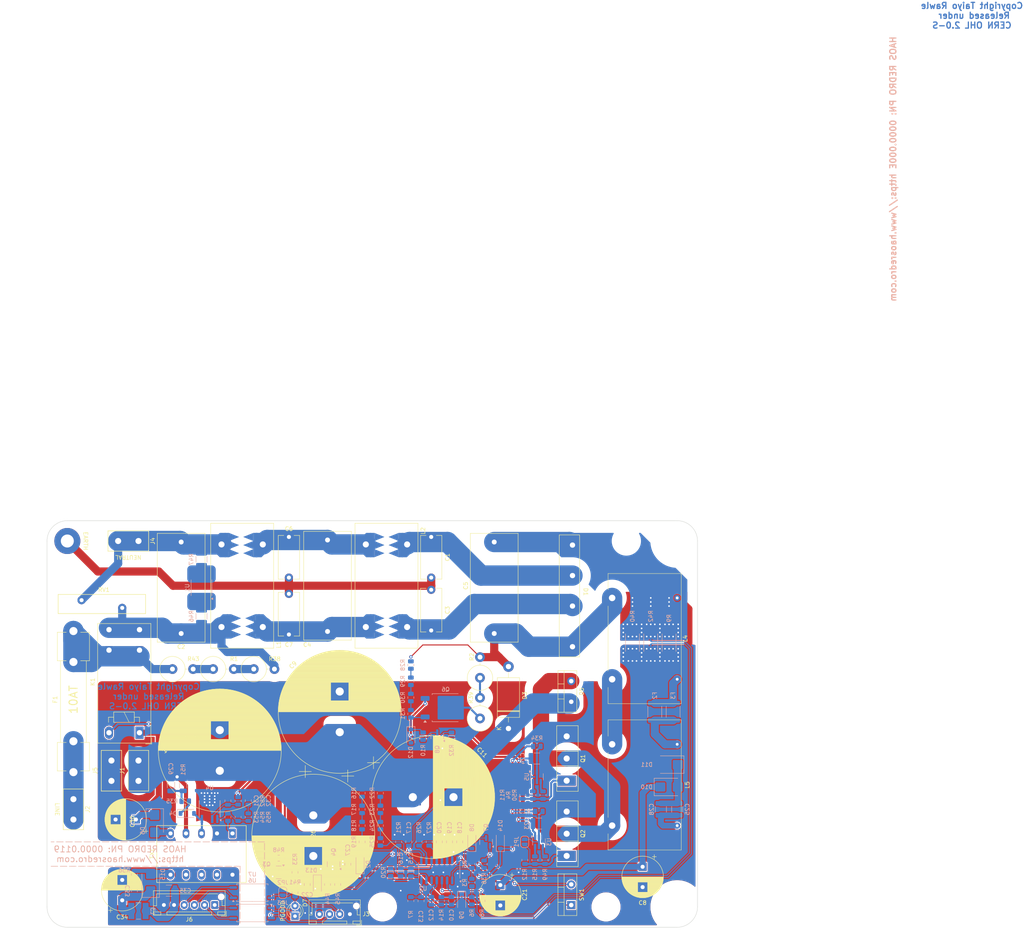
<source format=kicad_pcb>
(kicad_pcb (version 20240108) (generator "pcbnew") (generator_version "8.0")
  (title_block (title "Configurable 1.2kW PFC booster") (date "2025-01-03") (comment 1 "Released under CERN OHL 2.0-S") (comment 2 "Copyright Taiyo Rawle 2025"))
  (layers (0 "F.Cu" signal) (31 "B.Cu" signal) (34 "B.Paste" user) (35 "F.Paste" user) (36 "B.SilkS" user "B.Silkscreen") (37 "F.SilkS" user "F.Silkscreen") (38 "B.Mask" user) (39 "F.Mask" user) (44 "Edge.Cuts" user))
  (net 0 "")
  (net 1 "GND1")
  (net 2 "Net-(C4-Pad1)")
  (net 3 "+12Vaux")
  (net 4 "Net-(D1--)")
  (net 5 "Net-(C25-Pad2)")
  (net 6 "Net-(D9-K)")
  (net 7 "Net-(C16-Pad1)")
  (net 8 "Net-(U2-CAOUT)")
  (net 9 "Earth")
  (net 10 "Net-(U2-VFF)")
  (net 11 "Net-(D10-A)")
  (net 12 "Net-(U2-VAOUT)")
  (net 13 "Net-(R16-Pad2)")
  (net 14 "Net-(R17-Pad2)")
  (net 15 "Net-(R18-Pad2)")
  (net 16 "Net-(R22-Pad2)")
  (net 17 "Net-(R23-Pad2)")
  (net 18 "Net-(U2-VSENSE)")
  (net 19 "Net-(R28-Pad2)")
  (net 20 "Net-(C4-Pad2)")
  (net 21 "/PFC booster/VIN")
  (net 22 "Net-(U2-CT)")
  (net 23 "Net-(C12-Pad2)")
  (net 24 "Net-(U2-SS)")
  (net 25 "Net-(D13-K)")
  (net 26 "Net-(D5-A)")
  (net 27 "/PFC booster/L_IN")
  (net 28 "/PFC booster/N_IN")
  (net 29 "Net-(D7-A)")
  (net 30 "/PFC booster/~{RUN}")
  (net 31 "Net-(D8-K)")
  (net 32 "Net-(D12-K)")
  (net 33 "/PFC booster/GDRV")
  (net 34 "Net-(R24-Pad2)")
  (net 35 "Net-(Q6-D)")
  (net 36 "Net-(R29-Pad2)")
  (net 37 "Net-(R30-Pad2)")
  (net 38 "/PFC booster/VREF")
  (net 39 "Net-(U2-CAI)")
  (net 40 "Net-(F1-Pad2)")
  (net 41 "Net-(U2-RT)")
  (net 43 "/PFC booster/~{ENABLE}")
  (net 44 "Net-(Q7-C)")
  (net 45 "Net-(Q8-B)")
  (net 46 "Net-(Q1-G)")
  (net 47 "Net-(JP1-A)")
  (net 48 "Net-(U3-SOURCE)")
  (net 49 "Net-(U5-SOURCE)")
  (net 50 "Net-(JP1-B)")
  (net 51 "Net-(U5-IN1)")
  (net 52 "Net-(U5-SINK)")
  (net 53 "Net-(Q3-B)")
  (net 54 "/L'")
  (net 55 "Net-(J2-Pin_1)")
  (net 56 "Net-(L4-Pad1)")
  (net 57 "Net-(Q7-B)")
  (net 58 "/N'")
  (net 59 "Net-(R1-Pad2)")
  (net 60 "Net-(R1-Pad1)")
  (net 61 "/PFC booster/SS")
  (net 62 "Net-(Q4-B)")
  (net 63 "Net-(NT1-Pad1)")
  (net 64 "Net-(NT2-Pad1)")
  (net 65 "Net-(R46-Pad2)")
  (net 66 "Net-(R47-Pad1)")
  (net 67 "Net-(R2-Pad1)")
  (net 68 "Net-(U3-SINK)")
  (net 69 "Net-(Q8-C)")
  (net 70 "Net-(F2-Pad2)")
  (net 71 "Net-(F2-Pad1)")
  (net 72 "+400V")
  (net 73 "Net-(C29-Pad2)")
  (net 74 "Net-(U4-BP)")
  (net 75 "Net-(C32-Pad1)")
  (net 76 "Net-(D15-K)")
  (net 77 "Net-(C33-Pad1)")
  (net 78 "GND")
  (net 79 "+5V")
  (net 80 "Net-(D4-K)")
  (net 81 "Net-(D4-A)")
  (net 82 "Net-(D6-A)")
  (net 83 "Net-(D15-A)")
  (net 84 "Net-(R53-Pad2)")
  (net 85 "Net-(U4-FB)")
  (net 89 "Net-(D7-K)")
  (net 90 "Net-(J6-Pin_3)")
  (net 91 "Net-(J6-Pin_2)")
  (net 92 "Net-(J6-Pin_4)")
  (net 93 "Net-(J6-Pin_1)")
  (footprint "Resistor_THT:R_Axial_DIN0617_L17.0mm_D6.0mm_P5.08mm_Vertical" (layer "F.Cu") (at 105.86 86.5)
    (property "Reference" "R43")
    (property "Value" "33")
  )
  (footprint "Capacitor_THT:CP_Radial_D30.0mm_P10.00mm_SnapIn" (layer "F.Cu") (at 140.5 122.482066 -90)
    (property "Reference" "C26")
    (property "Value" "330")
  )
  (footprint "Capacitor_THT:C_Rect_L26.5mm_W11.5mm_P22.50mm_MKS4" (layer "F.Cu") (at 185 77.75 90)
    (property "Reference" "C5")
    (property "Value" "105")
  )
  (footprint "HR_Parts:CON-BLADE250-VERTICAL" (layer "F.Cu") (at 95 55)
    (property "Reference" "J4")
    (property "Value" "BLADE250")
  )
  (footprint "HR_Parts:DIODE_BRIDGE_PB_VERTICAL" (layer "F.Cu") (at 204.25 71 180)
    (property "Reference" "D1")
    (property "Value" "GBJ3510")
  )
  (footprint "Package_TO_SOT_THT:TO-220-2_Vertical" (layer "F.Cu") (at 203.945 144.54 90)
    (property "Reference" "SW1")
    (property "Value" "70")
  )
  (footprint "Capacitor_THT:C_Disc_D10.5mm_W5.0mm_P10.00mm" (layer "F.Cu") (at 169.5 77 90)
    (property "Reference" "C3")
    (property "Value" "222")
  )
  (footprint "Resistor_THT:R_Axial_DIN0617_L17.0mm_D6.0mm_P5.08mm_Vertical" (layer "F.Cu") (at 181.5 88.64 90)
    (property "Reference" "R2")
    (property "Value" "22K")
  )
  (footprint "Capacitor_THT:CP_Radial_D10.0mm_P5.00mm" (layer "F.Cu") (at 186.5 139.632323 -90)
    (property "Reference" "C21")
    (property "Value" "470")
  )
  (footprint "Connector_JST:JST_XH_B6B-XH-AM_1x06_P2.50mm_Vertical" (layer "F.Cu") (at 116.25 144.525 180)
    (property "Reference" "J6")
    (property "Value" "XH")
  )
  (footprint "MountingHole:MountingHole_3.2mm_M3" (layer "F.Cu") (at 212.5 145)
    (property "Reference" "H8" (hide yes))
    (property "Value" "M3")
  )
  (footprint "Capacitor_THT:CP_Radial_D10.0mm_P5.00mm" (layer "F.Cu") (at 221.5 135.132323 -90)
    (property "Reference" "C8")
    (property "Value" "470")
  )
  (footprint "Capacitor_THT:C_Disc_D10.5mm_W5.0mm_P10.00mm" (layer "F.Cu") (at 134.5 78 90)
    (property "Reference" "C7")
    (property "Value" "222")
  )
  (footprint "MountingHole:MountingHole_3.2mm_M3" (layer "F.Cu") (at 157.5 145)
    (property "Reference" "H4" (hide yes))
    (property "Value" "M3")
  )
  (footprint "MountingHole:MountingHole_3.2mm_M3_Pad" (layer "F.Cu") (at 80 55 90)
    (property "Reference" "H1" (hide yes))
    (property "Value" "M3")
  )
  (footprint "Capacitor_THT:C_Disc_D10.5mm_W5.0mm_P10.00mm" (layer "F.Cu") (at 169.5 54 -90)
    (property "Reference" "C1")
    (property "Value" "222")
  )
  (footprint "MountingHole:MountingHole_3.2mm_M3" (layer "F.Cu") (at 217.5 55)
    (property "Reference" "H7" (hide yes))
    (property "Value" "M3")
  )
  (footprint "Resistor_THT:R_Axial_DIN0617_L17.0mm_D6.0mm_P5.08mm_Vertical" (layer "F.Cu") (at 181.5 98.64 90)
    (property "Reference" "R39")
    (property "Value" "22K")
  )
  (footprint "Resistor_THT:R_Axial_DIN0617_L17.0mm_D6.0mm_P5.08mm_Vertical" (layer "F.Cu") (at 125.86 86.5)
    (property "Reference" "R38")
    (property "Value" "33")
  )
  (footprint "HR_Parts:L_TOROID_D32_W18_4P_2" (layer "F.Cu") (at 222 79 90)
    (property "Reference" "L4")
    (property "Value" "T106-52")
  )
  (footprint "Capacitor_THT:C_Disc_D10.5mm_W5.0mm_P10.00mm" (layer "F.Cu") (at 134.5 54 -90)
    (property "Reference" "C6")
    (property "Value" "222")
  )
  (footprint "MountingHole:MountingHole_3.2mm_M3" (layer "F.Cu") (at 172.5 85)
    (property "Reference" "H6" (hide yes))
    (property "Value" "M3")
  )
  (footprint "Connector_JST:JST_XH_B4B-XH-AM_1x04_P2.50mm_Vertical" (layer "F.Cu") (at 149.5 146.775 180)
    (property "Reference" "J3")
    (property "Value" "B4B-XH-A")
  )
  (footprint "Capacitor_THT:CP_Radial_D30.0mm_P10.00mm_SnapIn" (layer "F.Cu") (at 164.982066 118)
    (property "Reference" "C11")
    (property "Value" "330")
  )
  (footprint "Capacitor_THT:CP_Radial_D30.0mm_P10.00mm_SnapIn" (layer "F.Cu") (at 147 102.017935 90)
    (property "Reference" "C9")
    (property "Value" "330")
  )
  (footprint "HR_Parts:TRANSFORMER-EF20-10P-V" (layer "F.Cu") (at 113 132 -90)
    (property "Reference" "TX1")
    (property "Value" "EF20-10P-V")
  )
  (footprint "MountingHole:MountingHole_3.2mm_M3" (layer "F.Cu") (at 230 55)
    (property "Reference" "H2" (hide yes))
    (property "Value" "M3")
  )
  (footprint "Package_TO_SOT_THT:TO-247-3_Vertical" (layer "F.Cu") (at 202.82 132.45 90)
    (property "Reference" "Q2")
    (property "Value" "50N60")
  )
  (footprint "HR_Parts:CON-BLADE250-VERTICAL" (layer "F.Cu") (at 90.85 111.5 -90)
    (property "Reference" "J5")
    (property "Value" "BLADE250")
  )
  (footprint "Resistor_THT:R_Axial_DIN0617_L17.0mm_D6.0mm_P5.08mm_Vertical" (layer "F.Cu") (at 115.86 86.5)
    (property "Reference" "R1")
    (property "Value" "33")
  )
  (footprint "Diode_THT:D_DO-201_P15.24mm_Horizontal" (layer "F.Cu") (at 188.5 101.12 90)
    (property "Reference" "D3")
    (property "Value" "1N5408")
  )
  (footprint "Capacitor_THT:CP_Radial_D10.0mm_P5.00mm" (layer "F.Cu") (at 93.5 143.367677 90)
    (property "Reference" "C34")
    (property "Value" "1000")
  )
  (footprint "Varistor:RV_Disc_D21.5mm_W4.7mm_P10mm" (layer "F.Cu") (at 83.5 69.55)
    (property "Reference" "RV1")
    (property "Value" "ERZV20D431")
  )
  (footprint "Capacitor_THT:C_Rect_L26.5mm_W11.5mm_P22.50mm_MKS4" (layer "F.Cu") (at 144 54.75 -90)
    (property "Reference" "C4")
    (property "Value" "105")
  )
  (footprint "Relay_THT:Relay_SPST_Schrack-RT1-16A-FormA_RM5mm" (layer "F.Cu") (at 97.75 102.15 90)
    (property "Reference" "K1")
    (property "Value" "16A")
  )
  (footprint "Fuse:Fuseholder_Clip-6.3x32mm_Littelfuse_102071_Inline_P34.70x7.60mm_D2.00mm_Horizontal" (layer "F.Cu") (at 81.5 111.85 90)
    (property "Reference" "F1")
    (property "Value" "10AT")
  )
  (footprint "HR_Parts:CON-BLADE250-VERTICAL" (layer "F.Cu") (at 81.5 121 -90)
    (property "Reference" "J2")
    (property "Value" "BLADE250")
  )
  (footprint "Inductor_THT:L_CommonMode_Toroid_Vertical_L30.5mm_W15.2mm_Px10.16mm_Py20.32mm_Bourns_8100" (layer "F.Cu") (at 163.58 55.84 -90)
    (property "Reference" "L2")
    (property "Value" "2.2mH")
  )
  (footprint "HR_Parts:L_TOROID_D32_W18_4P_2" (layer "F.Cu") (at 222 115 90)
    (property "Reference" "L5")
    (property "Value" "T106-52")
  )
  (footprint "Capacitor_THT:C_Rect_L26.5mm_W11.5mm_P22.50mm_MKS4" (layer "F.Cu") (at 108 55.25 -90)
    (property "Reference" "C2")
    (property "Value" "105")
  )
  (footprint "Inductor_THT:L_CommonMode_Toroid_Vertical_L30.5mm_W15.2mm_Px10.16mm_Py20.32mm_Bourns_8100" (layer "F.Cu") (at 128.08 55.84 -90)
    (property "Reference" "L1")
    (property "Value" "2.2mH")
  )
  (footprint "LED_THT:LED_D3.0mm_Clear" (layer "F.Cu") (at 136 147.27 90)
    (property "Reference" "D7")
    (property "Value" "GRN")
  )
  (footprint "Capacitor_THT:CP_Radial_D10.0mm_P5.00mm" (layer "F.Cu") (at 96.867677 123.5 180)
    (property "Reference" "C30")
    (property "Value" "470")
  )
  (footprint "MountingHole:MountingHole_3.2mm_M3" (layer "F.Cu") (at 80 145)
    (property "Reference" "H3" (hide yes))
    (property "Value" "M3")
  )
  (footprint "Package_TO_SOT_THT:TO-247-3_Vertical" (layer "F.Cu") (at 202.82 113.95 90)
    (property "Reference" "Q1")
    (property "Value" "50N60")
  )
  (footprint "HR_Parts:CON-BLADE250-VERTICAL" (layer "F.Cu") (at 97.5 111.5 -90)
    (property "Reference" "J1")
    (property "Value" "BLADE250")
  )
  (footprint "Capacitor_THT:CP_Radial_D30.0mm_P10.00mm_SnapIn" (layer "F.Cu") (at 117.5 111.517935 90)
    (property "Reference" "C14")
    (property "Value" "330")
  )
  (footprint "Package_TO_SOT_THT:TO-220-2_Vertical" (layer "F.Cu") (at 203.945 94.54 90)
    (property "Reference" "D5")
    (property "Value" "MUR1660")
  )
  (footprint "MountingHole:MountingHole_3.2mm_M3" (layer "F.Cu") (at 230 145)
    (property "Reference" "H5" (hide yes))
    (property "Value" "M3")
  )
  (footprint "Resistor_SMD:R_0805_2012Metric" (layer "B.Cu") (at 197 117.5 -90)
    (property "Reference" "R50")
    (property "Value" "3R3")
  )
  (footprint "Capacitor_SMD:C_1206_3216Metric" (layer "B.Cu") (at 105.5 115 -90)
    (property "Reference" "C29")
    (property "Value" "C")
  )
  (footprint "Resistor_SMD:R_1206_3216Metric" (layer "B.Cu") (at 108.5 115 90)
    (property "Reference" "R51")
    (property "Value" "R")
  )
  (footprint "Fuse:Fuse_1812_4532Metric" (layer "B.Cu") (at 229 97 -90)
    (property "Reference" "F3")
    (property "Value" "400mA")
  )
  (footprint "HR_Parts:INDUCTOR_SMD_4x4" (layer "B.Cu") (at 97.5 146)
    (property "Reference" "L3")
    (property "Value" "10")
  )
  (footprint "Resistor_SMD:R_2512_6332Metric" (layer "B.Cu") (at 219 80 90)
    (property "Reference" "R40")
    (property "Value" "smol")
  )
  (footprint "Diode_SMD:D_SMB" (layer "B.Cu") (at 228 110 180)
    (property "Reference" "D11")
    (property "Value" "3H100")
  )
  (footprint "Resistor_SMD:R_0805_2012Metric" (layer "B.Cu") (at 132 133 180)
    (property "Reference" "R48")
    (property "Value" "100K")
  )
  (footprint "Resistor_SMD:R_0805_2012Metric" (layer "B.Cu") (at 196 121.5 180)
    (property "Reference" "R13")
    (property "Value" "100")
  )
  (footprint "Resistor_SMD:R_0805_2012Metric" (layer "B.Cu") (at 136 136.5 -90)
    (property "Reference" "R33")
    (property "Value" "4K7")
  )
  (footprint "Resistor_SMD:R_0805_2012Metric" (layer "B.Cu") (at 157 117 -90)
    (property "Reference" "R22")
    (property "Value" "130K")
  )
  (footprint "Resistor_SMD:R_0805_2012Metric" (layer "B.Cu") (at 122 118.92 90)
    (property "Reference" "R52")
    (property "Value" "R")
  )
  (footprint "Resistor_SMD:R_0805_2012Metric" (layer "B.Cu") (at 172 143.5 90)
    (property "Reference" "R14")
    (property "Value" "12K")
  )
  (footprint "Package_SO:SOIC-16_3.9x9.9mm_P1.27mm" (layer "B.Cu") (at 171.5 136 90)
    (property "Reference" "U2")
    (property "Value" "UCC2817A")
  )
  (footprint "Capacitor_SMD:C_0805_2012Metric" (layer "B.Cu") (at 174 129 90)
    (property "Reference" "C19")
    (property "Value" "561")
  )
  (footprint "Resistor_SMD:R_0805_2012Metric" (layer "B.Cu") (at 194.5 117.5 -90)
    (property "Reference" "R4")
    (property "Value" "10")
  )
  (footprint "Capacitor_SMD:C_0805_2012Metric" (layer "B.Cu") (at 174.5 143.5 90)
    (property "Reference" "C10")
    (property "Value" "271")
  )
  (footprint "Capacitor_SMD:C_1210_3225Metric" (layer "B.Cu") (at 105 141 180)
    (property "Reference" "C35")
    (property "Value" "106")
  )
  (footprint "Resistor_SMD:R_0805_2012Metric" (layer "B.Cu") (at 179.5 134.5 90)
    (property "Reference" "R5")
    (property "Value" "10K")
  )
  (footprint "Resistor_SMD:R_0805_2012Metric" (layer "B.Cu") (at 152.5 129 -90)
    (property "Reference" "R19")
    (property "Value" "270K")
  )
  (footprint "Resistor_SMD:R_0805_2012Metric" (layer "B.Cu") (at 174.5 103 90)
    (property "Reference" "R32")
    (property "Value" "10K")
  )
  (footprint "Capacitor_SMD:C_0805_2012Metric" (layer "B.Cu") (at 149 134.5 90)
    (property "Reference" "C27")
    (property "Value" "105")
  )
  (footprint "NetTie:NetTie-2_SMD_Pad0.5mm" (layer "B.Cu") (at 223.5 81 -90)
    (property "Reference" "NT1" (hide yes))
    (property "Value" "Jerry" (hide yes))
  )
  (footprint "Resistor_SMD:R_0805_2012Metric" (layer "B.Cu") (at 159.5 136.5 90)
    (property "Reference" "R20")
    (property "Value" "100K")
  )
  (footprint "Package_TO_SOT_SMD:SOT-23" (layer "B.Cu") (at 171 103 90)
    (property "Reference" "Q8")
    (property "Value" "847")
  )
  (footprint "Capacitor_SMD:C_0805_2012Metric" (layer "B.Cu") (at 171.5 129 90)
    (property "Reference" "C20")
    (property "Value" "103")
  )
  (footprint "Resistor_SMD:R_0805_2012Metric" (layer "B.Cu") (at 182.5 134.5 90)
    (property "Reference" "R36")
    (property "Value" "10K")
  )
  (footprint "Package_SO:PowerIntegrations_SO-8C" (layer "B.Cu") (at 115 120.92 90)
    (property "Reference" "U4")
    (property "Value" "LNK626DG")
  )
  (footprint "Capacitor_SMD:C_1210_3225Metric" (layer "B.Cu") (at 230 121 -90)
    (property "Reference" "C25")
    (property "Value" "105")
  )
  (footprint "Capacitor_SMD:C_1210_3225Metric" (layer "B.Cu") (at 226 121 -90)
    (property "Reference" "C28")
    (property "Value" "105")
  )
  (footprint "Resistor_SMD:R_0805_2012Metric" (layer "B.Cu") (at 157 125 -90)
    (property "Reference" "R24")
    (property "Value" "130K")
  )
  (footprint "Resistor_SMD:R_0805_2012Metric" (layer "B.Cu") (at 164.5 85.5 -90)
    (property "Reference" "R28")
    (property "Value" "1M")
  )
  (footprint "Capacitor_SMD:C_1210_3225Metric" (layer "B.Cu") (at 196 124.5)
    (property "Reference" "C23")
    (property "Value" "475")
  )
  (footprint "Resistor_SMD:R_0805_2012Metric" (layer "B.Cu") (at 164.5 97.5 -90)
    (property "Reference" "R31")
    (property "Value" "1M")
  )
  (footprint "Capacitor_SMD:C_0805_2012Metric" (layer "B.Cu") (at 164 129 90)
    (property "Reference" "C17")
    (property "Value" "105")
  )
  (footprint "Package_TO_SOT_SMD:TO-252-2" (layer "B.Cu") (at 173.04 95.9975)
    (property "Reference" "Q6")
    (property "Value" "1N60")
  )
  (footprint "Resistor_SMD:R_0805_2012Metric" (layer "B.Cu") (at 152.5 125 -90)
    (property "Reference" "R18")
    (property "Value" "240K")
  )
  (footprint "Diode_SMD:D_SOD-123" (layer "B.Cu") (at 109.5 122)
    (property "Reference" "D4")
    (property "Value" "D_Filled")
  )
  (footprint "Resistor_SMD:R_0805_2012Metric" (layer "B.Cu") (at 96.5 137.05 -90)
    (property "Reference" "R56")
    (property "Value" "R")
  )
  (footprint "Resistor_SMD:R_0805_2012Metric" (layer "B.Cu") (at 146.5 139.5 90)
    (property "Reference" "R45")
    (property "Value" "10K")
  )
  (footprint "Resistor_SMD:R_0805_2012Metric" (layer "B.Cu") (at 169 129 90)
    (property "Reference" "R27")
    (property "Value" "12K")
  )
  (footprint "Resistor_SMD:R_1210_3225Metric" (layer "B.Cu") (at 113 73.5 90)
    (property "Reference" "R46")
    (property "Value" "100K")
  )
  (footprint "Diode_SMD:D_SMB" (layer "B.Cu") (at 228 115.5)
    (property "Reference" "D10")
    (property "Value" "3H100")
  )
  (footprint "Package_SO:SOP-4_7.5x4.1mm_P2.54mm" (layer "B.Cu") (at 125.5 146.5 180)
    (property "Reference" "U6")
    (property "Value" "TLP291")
  )
  (footprint "Resistor_SMD:R_0805_2012Metric" (layer "B.Cu") (at 167.5 103 -90)
    (property "Reference" "R10")
    (property "Value" "10K")
  )
  (footprint "Package_TO_SOT_SMD:SOT-23-6" (layer "B.Cu") (at 195.5 113 -90)
    (property "Reference" "U5")
    (property "Value" "ZXGD3004E6")
  )
  (footprint "Jumper:SolderJumper-2_P1.3mm_Open_RoundedPad1.0x1.5mm" (layer "B.Cu") (at 133 141.5 -90)
    (property "Reference" "JP2")
    (property "Value" "blob")
  )
  (footprint "Jumper:SolderJumper-2_P1.3mm_Open_RoundedPad1.0x1.5mm" (layer "B.Cu") (at 192.5 129 90)
    (property "Reference" "JP1")
    (property "Value" "blob")
  )
  (footprint "Resistor_SMD:R_0805_2012Metric" (layer "B.Cu") (at 152.5 121 -90)
    (property "Reference" "R17")
    (property "Value" "240K")
  )
  (footprint "Capacitor_SMD:C_0805_2012Metric" (layer "B.Cu") (at 119.5 118.92 90)
    (property "Reference" "C31")
    (property "Value" "C")
  )
  (footprint "Resistor_SMD:R_0805_2012Metric" (layer "B.Cu") (at 182 143.5 90)
    (property "Reference" "R8")
    (property "Value" "3K9")
  )
  (footprint "Resistor_SMD:R_0805_2012Metric" (layer "B.Cu") (at 192 117.5 90)
    (property "Reference" "R11")
    (property "Value" "10K")
  )
  (footprint "Resistor_SMD:R_0805_2012Metric" (layer "B.Cu") (at 164.5 93.5 -90)
    (property "Reference" "R30")
    (property "Value" "1M")
  )
  (footprint "Resistor_SMD:R_0805_2012Metric" (layer "B.Cu") (at 109 119 180)
    (property "Reference" "R35")
    (property "Value" "R")
  )
  (footprint "Resistor_SMD:R_2512_6332Metric" (layer "B.Cu") (at 223.5 80 90)
    (property "Reference" "R42")
    (property "Value" "smol")
  )
  (footprint "Resistor_SMD:R_0805_2012Metric" (layer "B.Cu") (at 119.5 122.92 -90)
    (property "Reference" "R53")
    (property "Value" "R")
  )
  (footprint "Resistor_SMD:R_0805_2012Metric" (layer "B.Cu") (at 164.5 143.5 -90)
    (property "Reference" "R7")
    (property "Value" "30K")
  )
  (footprint "Resistor_SMD:R_0805_2012Metric" (layer "B.Cu") (at 144 139.5 90)
    (property "Reference" "R44")
    (property "Value" "100K")
  )
  (footprint "Diode_SMD:D_SMB" (layer "B.Cu") (at 100.5 139 90)
    (property "Reference" "D15")
    (property "Value" "3H100")
  )
  (footprint "Package_SO:SOP-4_7.5x4.1mm_P2.54mm" (layer "B.Cu") (at 125.5 141.5)
    (property "Reference" "U7")
    (property "Value" "TLP291")
  )
  (footprint "Diode_SMD:D_SOD-123" (layer "B.Cu") (at 177 143.5 -90)
    (property "Reference" "D9")
    (property "Value" "S110FA")
  )
  (footprint "Resistor_SMD:R_0805_2012Metric" (layer "B.Cu") (at 136 141.5 -90)
    (property "Reference" "R41")
    (property "Value" "4K7")
  )
  (footprint "Resistor_SMD:R_0805_2012Metric" (layer "B.Cu") (at 195 133.5 -90)
    (property "Reference" "R15")
    (property "Value" "10")
  )
  (footprint "Package_TO_SOT_SMD:SOT-23" (layer "B.Cu") (at 145.5 134.5 90)
    (property "Reference" "Q4")
    (property "Value" "847")
  )
  (footprint "Resistor_SMD:R_0805_2012Metric" (layer "B.Cu") (at 166.5 129 90)
    (property "Reference" "R26")
    (property "Value" "10K")
  )
  (footprint "HR_Parts:SG_6MM_3SPIKE_GAP1MM" (layer "B.Cu") (at 123.25 76)
    (property "Reference" "E1" (hide yes))
    (property "Value" "1mm")
  )
  (footprint "Capacitor_SMD:C_0805_2012Metric" (layer "B.Cu") (at 96.5 141.05 -90)
    (property "Reference" "C33")
    (property "Value" "C")
  )
  (footprint "HR_Parts:SG_6MM_3SPIKE_GAP1MM" (layer "B.Cu") (at 158.5 76)
    (property "Reference" "E3" (hide yes))
    (property "Value" "1mm")
  )
  (footprint "Diode_SMD:D_SOD-123" (layer "B.Cu") (at 141.5 139.5 -90)
    (property "Reference" "D13")
    (property "Value" "4148")
  )
  (footprint "Resistor_SMD:R_0805_2012Metric" (layer "B.Cu") (at 179.5 143.5 -90)
    (property "Reference" "R6")
    (property "Value" "3K9")
  )
  (footprint "Resistor_SMD:R_0805_2012Metric" (layer "B.Cu") (at 197.5 133.5 -90)
    (property "Reference" "R49")
    (property "Value" "3R3")
  )
  (footprint "Resistor_SMD:R_0805_2012Metric" (layer "B.Cu") (at 157 129 -90)
    (property "Reference" "R25")
    (property "Value" "130K")
  )
  (footprint "Fuse:Fuse_1812_4532Metric" (layer "B.Cu") (at 224.5 97 -90)
    (property "Reference" "F2")
    (property "Value" "400mA")
  )
  (footprint "Capacitor_SMD:C_1210_3225Metric" (layer "B.Cu") (at 195.5 108.5)
    (property "Reference" "C24")
    (property "Value" "475")
  )
  (footprint "Capacitor_SMD:C_0805_2012Metric" (layer "B.Cu") (at 164.5 136.5 90)
    (property "Reference" "C15")
    (property "Value" "154")
  )
  (footprint "Diode_SMD:D_SOD-123" (layer "B.Cu") (at 186.5 129 90)
    (property "Reference" "D14")
    (property "Value" "S110FA")
  )
  (footprint "Package_TO_SOT_SMD:SOT-23" (layer "B.Cu") (at 183 129 90)
    (property "Reference" "Q7")
    (property "Value" "847")
  )
  (footprint "Resistor_SMD:R_0805_2012Metric" (layer "B.Cu") (at 124.5 122.92 -90)
    (property "Reference" "R55")
    (property "Value" "R")
  )
  (footprint "Resistor_SMD:R_0805_2012Metric" (layer "B.Cu") (at 152.5 117 -90)
    (property "Reference" "R16")
    (property "Value" "240K")
  )
  (footprint "Resistor_SMD:R_1210_3225Metric" (layer "B.Cu") (at 113 59.5 90)
    (property "Reference" "R47")
    (property "Value" "100K")
  )
  (footprint "Package_TO_SOT_SMD:SOT-23-6" (layer "B.Cu") (at 196 129 -90)
    (property "Reference" "U3")
    (property "Value" "ZXGD3004E6")
  )
  (footprint "Jumper:SolderJumper-2_P1.3mm_Open_RoundedPad1.0x1.5mm" (layer "B.Cu") (at 133 146.5 90)
    (property "Reference" "JP3")
    (property "Value" "blob")
  )
  (footprint "Capacitor_SMD:C_0805_2012Metric" (layer "B.Cu") (at 139 139.5 -90)
    (property "Reference" "C22")
    (property "Value" "224")
  )
  (footprint "Diode_SMD:D_SMB" (layer "B.Cu") (at 101.5 124.5 -90)
    (property "Reference" "D6")
    (property "Value" "3H100")
  )
  (footprint "Diode_SMD:D_SOD-123" (layer "B.Cu") (at 164.5 103 -90)
    (property "Reference" "D12")
    (property "Value" "MMSZ15T1G")
  )
  (footprint "NetTie:NetTie-2_SMD_Pad0.5mm" (layer "B.Cu") (at 223.5 79 90)
    (property "Reference" "NT2" (hide yes))
    (property "Value" "Tom" (hide yes))
  )
  (footprint "HR_Parts:SG_6MM_3SPIKE_GAP1MM" (layer "B.Cu") (at 122.75 56)
    (property "Reference" "E2" (hide yes))
    (property "Value" "1mm")
  )
  (footprint "Resistor_SMD:R_0805_2012Metric" (layer "B.Cu") (at 122 122.92 -90)
    (property "Reference" "R54")
    (property "Value" "R")
  )
  (footprint "Resistor_SMD:R_0805_2012Metric" (layer "B.Cu") (at 179.5 139 90)
    (property "Reference" "R3")
    (property "Value" "2K")
  )
  (footprint "Resistor_SMD:R_0805_2012Metric" (layer "B.Cu") (at 161.5 129 90)
    (property "Reference" "R21")
    (property "Value" "20K")
  )
  (footprint "Capacitor_SMD:C_0805_2012Metric" (layer "B.Cu") (at 124.5 118.87 90)
    (property "Reference" "C32")
    (property "Value" "C")
  )
  (footprint "Diode_SMD:D_SOD-123" (layer "B.Cu") (at 152 134.5 90)
    (property "Reference" "D2")
    (property "Value" "S110FA")
  )
  (footprint "Package_TO_SOT_SMD:SOT-23" (layer "B.Cu") (at 132 136.5 180)
    (property "Reference" "Q3")
    (property "Value" "847")
  )
  (footprint "Capacitor_SMD:C_0805_2012Metric" (layer "B.Cu") (at 169.5 143.5 -90)
    (property "Reference" "C12")
    (property "Value" "122")
  )
  (footprint "HR_Parts:SG_6MM_3SPIKE_GAP1MM" (layer "B.Cu") (at 158.5 56)
    (property "Reference" "E4" (hide yes))
    (property "Value" "1mm")
  )
  (footprint "Resistor_SMD:R_0805_2012Metric" (layer "B.Cu") (at 195.5 105.5 180)
    (property "Reference" "R34")
    (property "Value" "100")
  )
  (footprint "Resistor_SMD:R_0805_2012Metric" (layer "B.Cu") (at 157 121 -90)
    (property "Reference" "R23")
    (property "Value" "130K")
  )
  (footprint "Capacitor_SMD:C_0805_2012Metric" (layer "B.Cu") (at 162 136.5 90)
    (property "Reference" "C16")
    (property "Value" "225")
  )
  (footprint "Capacitor_SMD:C_0805_2012Metric" (layer "B.Cu") (at 176.5 129 90)
    (property "Reference" "C18")
    (property "Value" "105")
  )
  (footprint "Diode_SMD:D_SOD-123" (layer "B.Cu") (at 179.5 129 90)
    (property "Reference" "D8")
    (property "Value" "S110FA")
  )
  (footprint "Capacitor_SMD:C_0805_2012Metric" (layer "B.Cu") (at 167 143.5 -90)
    (property "Reference" "C13")
    (property "Value" "225")
  )
  (footprint "Resistor_SMD:R_2512_6332Metric" (layer "B.Cu") (at 228 80 90)
    (property "Reference" "R9")
    (property "Value" "smol")
  )
  (footprint "Resistor_SMD:R_0805_2012Metric" (layer "B.Cu") (at 192.55 133.5 90)
    (property "Reference" "R12")
    (property "Value" "10K")
  )
  (footprint "Resistor_SMD:R_0805_2012Metric" (layer "B.Cu") (at 164.5 89.5 -90)
    (property "Reference" "R29")
    (property "Value" "1M")
  )
  (footprint "Package_SO:SOIC-8_3.9x4.9mm_P1.27mm" (layer "B.Cu") (at 113 66.5 90)
    (property "Reference" "U1")
    (property "Value" "CAP300DG")
  )
  (gr_line (start 76 135) (end 122.5 135) (stroke (width 0.15) (type dash)) (layer "B.SilkS"))
  (gr_line (start 128.5 149) (end 128.5 129) (stroke (width 0.15) (type dash)) (layer "B.SilkS"))
  (gr_line (start 122.5 135) (end 122.5 149) (stroke (width 0.15) (type dash)) (layer "B.SilkS"))
  (gr_line (start 128.5 129) (end 76 129) (stroke (width 0.15) (type dash)) (layer "B.SilkS"))
  (gr_line (start 75 55) (end 75 145) (stroke (width 0.1)) (layer "Edge.Cuts"))
  (gr_arc (start 75 55) (mid 76.464466 51.464466) (end 80 50) (stroke (width 0.1)) (layer "Edge.Cuts"))
  (gr_line (start 80 150) (end 230 150) (stroke (width 0.1)) (layer "Edge.Cuts"))
  (gr_line (start 230 50) (end 80 50) (stroke (width 0.1)) (layer "Edge.Cuts"))
  (gr_arc (start 235 145) (mid 233.535534 148.535534) (end 230 150) (stroke (width 0.1)) (layer "Edge.Cuts"))
  (gr_arc (start 230 50) (mid 233.535534 51.464466) (end 235 55) (stroke (width 0.1)) (layer "Edge.Cuts"))
  (gr_arc (start 80 150) (mid 76.464466 148.535534) (end 75 145) (stroke (width 0.1)) (layer "Edge.Cuts"))
  (gr_line (start 235 145) (end 235 55) (stroke (width 0.1)) (layer "Edge.Cuts"))
  (gr_text "Copyright Taiyo Rawle\nReleased under\nCERN OHL 2.0-S" (at 100 96.5 0) (layer "B.Cu") (effects (font (size 1.5 1.5) (thickness 0.25) (bold yes)) (justify bottom mirror)))
  (gr_text "Copyright Taiyo Rawle\nReleased under \nCERN OHL 2.0-S" (at 302.482065 -74.25 0) (layer "B.Cu") (effects (font (size 1.5 1.5) (thickness 0.3) (bold yes)) (justify mirror)))
  (gr_text "HAOS REDRO PN: 0000.000E https://www.haosredro.com" (at 283.982065 -36.5 90) (layer "B.SilkS") (effects (font (size 1.5 1.5) (thickness 0.3) (bold yes)) (justify bottom mirror)))
  (gr_text "HAOS REDRO PN: 0000.0119\nhttps://www.haosredro.com" (at 93 132 0) (layer "B.SilkS") (effects (font (size 1.5 1.5) (thickness 0.2)) (justify mirror)))
  (segment (start 230 69) (end 232.75 71.75) (width 2) (layer "F.Cu") (net 1))
  (segment (start 232.75 71.75) (end 232.75 82.25) (width 2) (layer "F.Cu") (net 1))
  (via (at 167.75 127.25) (size 0.8) (drill 0.4) (layers "F.Cu" "B.Cu") (net 1))
  (via (at 230.25 83.5) (size 0.8) (drill 0.4) (layers "F.Cu" "B.Cu") (net 1))
  (via (at 113.75 117.75) (size 0.8) (drill 0.4) (layers "F.Cu" "B.Cu") (net 1))
  (via (at 223.5 84.5) (size 0.8) (drill 0.4) (layers "F.Cu" "B.Cu") (net 1))
  (via (at 216.75 83.5) (size 0.8) (drill 0.4) (layers "F.Cu" "B.Cu") (net 1))
  (via (at 220 84.5) (size 0.8) (drill 0.4) (layers "F.Cu" "B.Cu") (net 1))
  (via (at 113.75 117) (size 0.8) (drill 0.4) (layers "F.Cu" "B.Cu") (net 1))
  (via (at 175.25 127.25) (size 0.8) (drill 0.4) (layers "F.Cu" "B.Cu") (net 1))
  (via (at 160.5 127.25) (size 0.8) (drill 0.4) (layers "F.Cu" "B.Cu") (net 1))
  (via (at 222.5 84.5) (size 0.8) (drill 0.4) (layers "F.Cu" "B.Cu") (net 1))
  (via (at 218 84.5) (size 0.8) (drill 0.4) (layers "F.Cu" "B.Cu") (net 1))
  (via (at 138.5 146.5) (size 0.8) (drill 0.4) (layers "F.Cu" "B.Cu") (net 1))
  (via (at 216.75 84.5) (size 0.8) (drill 0.4) (layers "F.Cu" "B.Cu") (net 1))
  (via (at 116.25 119.25) (size 0.8) (drill 0.4) (layers "F.Cu" "B.Cu") (net 1))
  (via (at 115 118.5) (size 0.8) (drill 0.4) (layers "F.Cu" "B.Cu") (net 1))
  (via (at 145.25 135) (size 0.8) (drill 0.4) (layers "F.Cu" "B.Cu") (net 1))
  (via (at 117 117) (size 0.8) (drill 0.4) (layers "F.Cu" "B.Cu") (net 1))
  (via (at 113.75 118.5) (size 0.8) (drill 0.4) (layers "F.Cu" "B.Cu") (net 1))
  (via (at 162 141) (size 0.8) (drill 0.4) (layers "F.Cu" "B.Cu") (net 1))
  (via (at 113 117) (size 0.8) (drill 0.4) (layers "F.Cu" "B.Cu") (net 1))
  (via (at 170 136.5) (size 0.8) (drill 0.4) (layers "F.Cu" "B.Cu") (net 1))
  (via (at 116.25 117) (size 0.8) (drill 0.4) (layers "F.Cu" "B.Cu") (net 1))
  (via (at 170.25 127.25) (size 0.8) (drill 0.4) (layers "F.Cu" "B.Cu") (net 1))
  (via (at 115 117.75) (size 0.8) (drill 0.4) (layers "F.Cu" "B.Cu") (net 1))
  (via (at 230.25 81.5) (size 0.8) (drill 0.4) (layers "F.Cu" "B.Cu") (net 1))
  (via (at 176 140) (size 0.8) (drill 0.4) (layers "F.Cu" "B.Cu") (net 1))
  (via (at 230.25 84.5) (size 0.8) (drill 0.4) (layers "F.Cu" "B.Cu") (net 1))
  (via (at 221.25 81.5) (size 0.8) (drill 0.4) (layers "F.Cu" "B.Cu") (net 1))
  (via (at 116.25 117.75) (size 0.8) (drill 0.4) (layers "F.Cu" "B.Cu") (net 1))
  (via (at 219 81.5) (size 0.8) (drill 0.4) (layers "F.Cu" "B.Cu") (net 1))
  (via (at 222.5 81.5) (size 0.8) (drill 0.4) (layers "F.Cu" "B.Cu") (net 1))
  (via (at 224.5 84.5) (size 0.8) (drill 0.4) (layers "F.Cu" "B.Cu") (net 1))
  (via (at 227 81.5) (size 0.8) (drill 0.4) (layers "F.Cu" "B.Cu") (net 1))
  (via (at 176 136.75) (size 0.8) (drill 0.4) (layers "F.Cu" "B.Cu") (net 1))
  (via (at 140 146.5) (size 0.8) (drill 0.4) (layers "F.Cu" "B.Cu") (net 1))
  (via (at 172.5 136.5) (size 0.8) (drill 0.4) (layers "F.Cu" "B.Cu") (net 1))
  (via (at 221.25 83.5) (size 0.8) (drill 0.4) (layers "F.Cu" "B.Cu") (net 1))
  (via (at 147.75 133.75) (size 0.8) (drill 0.4) (layers "F.Cu" "B.Cu") (net 1))
  (via (at 221.25 84.5) (size 0.8) (drill 0.4) (layers "F.Cu" "B.Cu") (net 1))
  (via (at 227 84.5) (size 0.8) (drill 0.4) (layers "F.Cu" "B.Cu") (net 1))
  (via (at 162.75 127.25) (size 0.8) (drill 0.4) (layers "F.Cu" "B.Cu") (net 1))
  (via (at 145.25 135.75) (size 0.8) (drill 0.4) (layers "F.Cu" "B.Cu") (net 1))
  (via (at 220 81.5) (size 0.8) (drill 0.4) (layers "F.Cu" "B.Cu") (net 1))
  (via (at 113.75 119.25) (size 0.8) (drill 0.4) (layers "F.Cu" "B.Cu") (net 1))
  (via (at 172.75 127.25) (size 0.8) (drill 0.4) (layers "F.Cu" "B.Cu") (net 1))
  (via (at 219 84.5) (size 0.8) (drill 0.4) (layers "F.Cu" "B.Cu") (net 1))
  (via (at 115 120) (size 0.8) (drill 0.4) (layers "F.Cu" "B.Cu") (net 1))
  (via (at 223.5 81.5) (size 0.8) (drill 0.4) (layers "F.Cu" "B.Cu") (net 1))
  (via (at 114.5 117) (size 0.8) (drill 0.4) (layers "F.Cu" "B.Cu") (net 1))
  (via (at 225.75 83.5) (size 0.8) (drill 0.4) (layers "F.Cu" "B.Cu") (net 1))
  (via (at 114.25 120) (size 0.8) (drill 0.4) (layers "F.Cu" "B.Cu") (net 1))
  (via (at 116.25 118.5) (size 0.8) (drill 0.4) (layers "F.Cu" "B.Cu") (net 1))
  (via (at 229 84.5) (size 0.8) (drill 0.4) (layers "F.Cu" "B.Cu") (net 1))
  (via (at 228 84.5) (size 0.8) (drill 0.4) (layers "F.Cu" "B.Cu") (net 1))
  (via (at 115 119.25) (size 0.8) (drill 0.4) (layers "F.Cu" "B.Cu") (net 1))
  (via (at 218 81.5) (size 0.8) (drill 0.4) (layers "F.Cu" "B.Cu") (net 1))
  (via (at 221.25 82.5) (size 0.8) (drill 0.4) (layers "F.Cu" "B.Cu") (net 1))
  (via (at 115.5 117) (size 0.8) (drill 0.4) (layers "F.Cu" "B.Cu") (net 1))
  (via (at 147.75 134.5) (size 0.8) (drill 0.4) (layers "F.Cu" "B.Cu") (net 1))
  (via (at 224.5 81.5) (size 0.8) (drill 0.4) (layers "F.Cu" "B.Cu") (net 1))
  (via (at 225.75 82.5) (size 0.8) (drill 0.4) (layers "F.Cu" "B.Cu") (net 1))
  (via (at 216.75 82.5) (size 0.8) (drill 0.4) (layers "F.Cu" "B.Cu") (net 1))
  (via (at 216.75 81.5) (size 0.8) (drill 0.4) (layers "F.Cu" "B.Cu") (net 1))
  (via (at 229 81.5) (size 0.8) (drill 0.4) (layers "F.Cu" "B.Cu") (net 1))
  (via (at 230.25 82.5) (size 0.8) (drill 0.4) (layers "F.Cu" "B.Cu") (net 1))
  (via (at 115.75 120) (size 0.8) (drill 0.4) (layers "F.Cu" "B.Cu") (net 1))
  (via (at 163.5 133.5) (size 0.8) (drill 0.4) (layers "F.Cu" "B.Cu") (net 1))
  (via (at 225.75 84.5) (size 0.8) (drill 0.4) (layers "F.Cu" "B.Cu") (net 1))
  (via (at 177.25 136.75) (size 0.8) (drill 0.4) (layers "F.Cu" "B.Cu") (net 1))
  (via (at 228 81.5) (size 0.8) (drill 0.4) (layers "F.Cu" "B.Cu") (net 1))
  (via (at 225.75 81.5) (size 0.8) (drill 0.4) (layers "F.Cu" "B.Cu") (net 1))
  (segment (start 129.17 54.75) (end 144 54.75) (width 5) (layer "B.Cu") (net 2))
  (segment (start 153.42 55.84) (end 145.09 55.84) (width 5) (layer "B.Cu") (net 2))
  (segment (start 128.08 55.84) (end 129.17 54.75) (width 5) (layer "B.Cu") (net 2))
  (segment (start 145.09 55.84) (end 144 54.75) (width 5) (layer "B.Cu") (net 2))
  (segment (start 111.866117 104.633883) (end 111.866117 104.633884) (width 1.5) (layer "F.Cu") (net 3))
  (segment (start 186.367677 139.632323) (end 186.5 139.632323) (width 1) (layer "F.Cu") (net 3))
  (segment (start 164.5 98.5) (end 164.5 102.75) (width 0.5) (layer "F.Cu") (net 3))
  (segment (start 102.5 117.867677) (end 102.5 102.15) (width 1.5) (layer "F.Cu") (net 3))
  (segment (start 111.866117 104.633884) (end 112.982233 105.75) (width 1.5) (layer "F.Cu") (net 3))
  (segment (start 140.25 142.25) (end 142 142.25) (width 1.5) (layer "F.Cu") (net 3))
  (segment (start 128.625 110.375) (end 124 105.75) (width 1.5) (layer "F.Cu") (net 3))
  (segment (start 191 109) (end 191 123.5) (width 0.5) (layer "F.Cu") (net 3))
  (segment (start 147.25 142.25) (end 152 137.5) (width 1.5) (layer "F.Cu") (net 3))
  (segment (start 191 123.5) (end 191 136.5) (width 0.5) (layer "F.Cu") (net 3))
  (segment (start 102.5 102.15) (end 109.382234 102.15) (width 1.5) (layer "F.Cu") (net 3))
  (segment (start 122 117) (end 128.625 110.375) (width 0.5) (layer "F.Cu") (net 3))
  (segment (start 179.6375 103.25) (end 165 103.25) (width 0.5) (layer "F.Cu") (net 3))
  (segment (start 97.75 102.15) (end 102.5 102.15) (width 1.5) (layer "F.Cu") (net 3))
  (segment (start 172 143.5) (end 182.632323 143.5) (width 1.5) (layer "F.Cu") (net 3))
  (segment (start 140.25 142.25) (end 137.375 139.375) (width 1.5) (layer "F.Cu") (net 3))
  (segment (start 165 103.25) (end 164.5 102.75) (width 0.5) (layer "F.Cu") (net 3))
  (segment (start 112.982233 105.75) (end 123 105.75) (width 1.5) (layer "F.Cu") (net 3))
  (segment (start 152 137.5) (end 152.5 137) (width 1.5) (layer "F.Cu") (net 3))
  (segment (start 191 109) (end 190.1 108.1) (width 0.5) (layer "F.Cu") (net 3))
  (segment (start 132 134) (end 132 113.75) (width 1.5) (layer "F.Cu") (net 3))
  (segment (start 142 142.25) (end 142 146.775) (width 1.5) (layer "F.Cu") (net 3))
  (segment (start 182.632323 143.5) (end 186.5 139.632323) (width 1.5) (layer "F.Cu") (net 3))
  (segment (start 96.867677 123.5) (end 102.5 117.867677) (width 1.5) (layer "F.Cu") (net 3))
  (segment (start 132 113.75) (end 128.625 110.375) (width 1.5) (layer "F.Cu") (net 3))
  (segment (start 142 142.25) (end 147.25 142.25) (width 1.5) (layer "F.Cu") (net 3))
  (segment (start 152.5 137) (end 165.5 137) (width 1.5) (layer "F.Cu") (net 3))
  (segment (start 186.5 139.632323) (end 186.382323 139.632323) (width 0.5) (layer "F.Cu") (net 3))
  (segment (start 123 105.75) (end 124 105.75) (width 1.5) (layer "F.Cu") (net 3))
  (segment (start 168 95) (end 164.5 98.5) (width 0.5) (layer "F.Cu") (net 3))
  (segment (start 109.382234 102.15) (end 111.866117 104.633883) (width 1.5) (layer "F.Cu") (net 3))
  (segment (start 186.382323 139.632323) (end 181.25 134.5) (width 0.5) (layer "F.Cu") (net 3))
  (segment (start 165.5 137) (end 172 143.5) (width 1.5) (layer "F.Cu") (net 3))
  (segment (start 184.4875 108.1) (end 179.6375 103.25) (width 0.5) (layer "F.Cu") (net 3))
  (segment (start 137.375 139.375) (end 132 134) (width 1.5) (layer "F.Cu") (net 3))
  (segment (start 190.1 108.1) (end 184.4875 108.1) (width 0.5) (layer "F.Cu") (net 3))
  (segment (start 181.25 134.5) (end 178.25 131.5) (width 0.5) (layer "F.Cu") (net 3))
  (segment (start 178.25 131.5) (end 175 131.5) (width 0.5) (layer "F.Cu") (net 3))
  (via (at 191 136.5) (size 0.8) (drill 0.4) (layers "F.Cu" "B.Cu") (net 3))
  (via (at 175 131.5) (size 0.8) (drill 0.4) (layers "F.Cu" "B.Cu") (net 3))
  (via (at 191 109) (size 0.8) (drill 0.4) (layers "F.Cu" "B.Cu") (net 3))
  (via (at 152 137.5) (size 0.8) (drill 0.4) (layers "F.Cu" "B.Cu") (net 3))
  (via (at 191 123.5) (size 0.8) (drill 0.4) (layers "F.Cu" "B.Cu") (net 3))
  (via (at 168 95) (size 0.8) (drill 0.4) (layers "F.Cu" "B.Cu") (net 3))
  (via (at 164.5 102.75) (size 0.8) (drill 0.4) (layers "F.Cu" "B.Cu") (net 3))
  (via (at 181.25 134.5) (size 0.8) (drill 0.4) (layers "F.Cu" "B.Cu") (net 3))
  (via (at 122 117) (size 0.8) (drill 0.4) (layers "F.Cu" "B.Cu") (net 3))
  (via (at 137.375 139.375) (size 0.8) (drill 0.4) (layers "F.Cu" "B.Cu") (net 3))
  (segment (start 181.5875 134.5) (end 182.5 135.4125) (width 0.5) (layer "B.Cu") (net 3))
  (segment (start 176.5 130.25) (end 176.5 129.95) (width 0.25) (layer "B.Cu") (net 3))
  (segment (start 194.525 124.5) (end 193.5 123.475) (width 0.5) (layer "B.Cu") (net 3))
  (segment (start 168 95) (end 168 93.7175) (width 0.5) (layer "B.Cu") (net 3))
  (segment (start 195.05 126.8) (end 194.525 126.275) (width 0.5) (layer "B.Cu") (net 3))
  (segment (start 191.5 108.5) (end 191 109) (width 0.5) (layer "B.Cu") (net 3))
  (segment (start 101.5 122.35) (end 98.017677 122.35) (width 1.5) (layer "B.Cu") (net 3))
  (segment (start 176.5 129.95) (end 176.5 130) (width 0.5) (layer "B.Cu") (net 3))
  (segment (start 152 136.15) (end 151.15 136.15) (width 0.5) (layer "B.Cu") (net 3))
  (segment (start 194.025 108.5) (end 194.025 109.275) (width 0.5) (layer "B.Cu") (net 3))
  (segment (start 221.5 135.132323) (end 207.867677 135.132323) (width 1.5) (layer "B.Cu") (net 3))
  (segment (start 194.025 109.275) (end 194.55 109.8) (width 0.5) (layer "B.Cu") (net 3))
  (segment (start 174.675 131.825) (end 175 131.5) (width 0.5) (layer "B.Cu") (net 3))
  (segment (start 174.675 133.525) (end 174.675 131.825) (width 0.5) (layer "B.Cu") (net 3))
  (segment (start 189.632323 136.5) (end 186.5 139.632323) (width 1.5) (layer "B.Cu") (net 3))
  (segment (start 150.45 135.45) (end 149 135.45) (width 0.5) (layer "B.Cu") (net 3))
  (segment (start 223 115.5) (end 225.85 115.5) (width 1.5) (layer "B.Cu") (net 3))
  (segment (start 193.475 123.5) (end 193.5 123.475) (width 0.5) (layer "B.Cu") (net 3))
  (segment (start 136 140.5875) (end 136.1625 140.5875) (width 0.25) (layer "B.Cu") (net 3))
  (segment (start 136.1625 140.5875) (end 137.375 139.375) (width 0.25) (layer "B.Cu") (net 3))
  (segment (start 194.525 124.5) (end 194.525 126.275) (width 0.5) (layer "B.Cu") (net 3))
  (segment (start 207.867677 135.132323) (end 206.5 136.5) (width 1.5) (layer "B.Cu") (net 3))
  (segment (start 206.5 136.5) (end 189.632323 136.5) (width 1.5) (layer "B.Cu") (net 3))
  (segment (start 152 136.15) (end 152 137.5) (width 0.5) (layer "B.Cu") (net 3))
  (segment (start 221.5 135.132323) (end 221.5 117) (width 1.5) (layer "B.Cu") (net 3))
  (segment (start 151.15 136.15) (end 150.45 135.45) (width 0.5) (layer "B.Cu") (net 3))
  (segment (start 181.25 134.5) (end 181.5875 134.5) (width 0.5) (layer "B.Cu") (net 3))
  (segment (start 194.55 109.8) (end 194.55 111.75) (width 0.5) (layer "B.Cu") (net 3))
  (segment (start 122 117) (end 122 118.0075) (width 0.5) (layer "B.Cu") (net 3))
  (segment (start 164.5 104.65) (end 164.5 102.75) (width 0.25) (layer "B.Cu") (net 3))
  (segment (start 176.5 130) (end 175 131.5) (width 0.5) (layer "B.Cu") (net 3))
  (segment (start 191 123.5) (end 193.475 123.5) (width 0.5) (layer "B.Cu") (net 3))
  (segment (start 195.05 127.8625) (end 195.05 126.8) (width 0.5) (layer "B.Cu") (net 3))
  (segment (start 98.017677 122.35) (end 96.867677 123.5) (width 1.5) (layer "B.Cu") (net 3))
  (segment (start 221.5 117) (end 223 115.5) (width 1.5) (layer "B.Cu") (net 3))
  (segment (start 194.025 108.5) (end 191.5 108.5) (width 0.5) (layer "B.Cu") (net 3))
  (via (at 225.75 78.5) (size 0.8) (drill 0.4) (layers "F.Cu" "B.Cu") (net 4))
  (via (at 225.75 75.5) (size 0.8) (drill 0.4) (layers "F.Cu" "B.Cu") (net 4))
  (via (at 230.25 78.5) (size 0.8) (drill 0.4) (layers "F.Cu" "B.Cu") (net 4))
  (via (at 216.75 78.5) (size 0.8) (drill 0.4) (layers "F.Cu" "B.Cu") (net 4))
  (via (at 228 75.5) (size 0.8) (drill 0.4) (layers "F.Cu" "B.Cu") (net 4))
  (via (at 225.75 77.5) (size 0.8) (drill 0.4) (layers "F.Cu" "B.Cu") (net 4))
  (via (at 223.5 75.5) (size 0.8) (drill 0.4) (layers "F.Cu" "B.Cu") (net 4))
  (via (at 223.5 70) (size 0.8) (drill 0.4) (layers "F.Cu" "B.Cu") (net 4))
  (via (at 219 78.5) (size 0.8) (drill 0.4) (layers "F.Cu" "B.Cu") (net 4))
  (via (at 220 78.5) (size 0.8) (drill 0.4) (layers "F.Cu" "B.Cu") (net 4))
  (via (at 224.5 78.5) (size 0.8) (drill 0.4) (layers "F.Cu" "B.Cu") (net 4))
  (via (at 230.25 75.5) (size 0.8) (drill 0.4) (layers "F.Cu" "B.Cu") (net 4))
  (via (at 220 75.5) (size 0.8) (drill 0.4) (layers "F.Cu" "B.Cu") (net 4))
  (via (at 228 70) (size 0.8) (drill 0.4) (layers "F.Cu" "B.Cu") (net 4))
  (via (at 216.75 75.5) (size 0.8) (drill 0.4) (layers "F.Cu" "B.Cu") (net 4))
  (via (at 219 70) (size 0.8) (drill 0.4) (layers "F.Cu" "B.Cu") (net 4))
  (via (at 227 75.5) (size 0.8) (drill 0.4) (layers "F.Cu" "B.Cu") (net 4))
  (via (at 223.5 78.5) (size 0.8) (drill 0.4) (layers "F.Cu" "B.Cu") (net 4))
  (via (at 222.5 78.5) (size 0.8) (drill 0.4) (layers "F.Cu" "B.Cu") (net 4))
  (via (at 221.25 75.5) (size 0.8) (drill 0.4) (layers "F.Cu" "B.Cu") (net 4))
  (via (at 218 78.5) (size 0.8) (drill 0.4) (layers "F.Cu" "B.Cu") (net 4))
  (via (at 228 69) (size 0.8) (drill 0.4) (layers "F.Cu" "B.Cu") (net 4))
  (via (at 225.75 76.5) (size 0.8) (drill 0.4) (layers "F.Cu" "B.Cu") (net 4))
  (via (at 230.25 77.5) (size 0.8) (drill 0.4) (layers "F.Cu" "B.Cu") (net 4))
  (via (at 216.75 77.5) (size 0.8) (drill 0.4) (layers "F.Cu" "B.Cu") (net 4))
  (via (at 221.25 78.5) (size 0.8) (drill 0.4) (layers "F.Cu" "B.Cu") (net 4))
  (via (at 217.75 75.5) (size 0.8) (drill 0.4) (layers "F.Cu" "B.Cu") (net 4))
  (via (at 229 78.5) (size 0.8) (drill 0.4) (layers "F.Cu" "B.Cu") (net 4))
  (via (at 219 69) (size 0.8) (drill 0.4) (layers "F.Cu" "B.Cu") (net 4))
  (via (at 230.25 76.5) (size 0.8) (drill 0.4) (layers "F.Cu" "B.Cu") (net 4))
  (via (at 221.25 77.5) (size 0.8) (drill 0.4) (layers "F.Cu" "B.Cu") (net 4))
  (via (at 216.75 76.5) (size 0.8) (drill 0.4) (layers "F.Cu" "B.Cu") (net 4))
  (via (at 223.5 69) (size 0.8) (drill 0.4) (layers "F.Cu" "B.Cu") (net 4))
  (via (at 222.5 75.5) (size 0.8) (drill 0.4) (layers "F.Cu" "B.Cu") (net 4))
  (via (at 227 78.5) (size 0.8) (drill 0.4) (layers "F.Cu" "B.Cu") (net 4))
  (via (at 224.5 75.5) (size 0.8) (drill 0.4) (layers "F.Cu" "B.Cu") (net 4))
  (via (at 229 75.5) (size 0.8) (drill 0.4) (layers "F.Cu" "B.Cu") (net 4))
  (via (at 221.25 76.5) (size 0.8) (drill 0.4) (layers "F.Cu" "B.Cu") (net 4))
  (via (at 228 78.5) (size 0.8) (drill 0.4) (layers "F.Cu" "B.Cu") (net 4))
  (via (at 219 75.5) (size 0.8) (drill 0.4) (layers "F.Cu" "B.Cu") (net 4))
  (via (at 219 71) (size 0.8) (drill 0.4) (layers "F.Cu" "B.Cu") (net 4))
  (via (at 223.5 71) (size 0.8) (drill 0.4) (layers "F.Cu" "B.Cu") (net 4))
  (via (at 228 71) (size 0.8) (drill 0.4) (layers "F.Cu" "B.Cu") (net 4))
  (segment (start 185 55.25) (end 203.5 55.25) (width 5) (layer "B.Cu") (net 4))
  (segment (start 203.5 55.25) (end 204.25 56) (width 5) (layer "B.Cu") (net 4))
  (segment (start 226 122.475) (end 230 122.475) (width 1.5) (layer "B.Cu") (net 5))
  (segment (start 226 124.5) (end 226 122.475) (width 1.5) (layer "B.Cu") (net 5))
  (segment (start 230 125) (end 226.5 125) (width 1.5) (layer "B.Cu") (net 5))
  (segment (start 226.5 125) (end 226 124.5) (width 1.5) (layer "B.Cu") (net 5))
  (segment (start 169.5 142.55) (end 169.5 141.25) (width 0.25) (layer "B.Cu") (net 6))
  (segment (start 169.5 142.55) (end 170.45 143.5) (width 0.25) (layer "B.Cu") (net 6))
  (segment (start 169.5 141.25) (end 169.625 141.125) (width 0.25) (layer "B.Cu") (net 6))
  (segment (start 177 141.9125) (end 179.5 144.4125) (width 0.25) (layer "B.Cu") (net 6))
  (segment (start 170.865 139.885) (end 170.865 138.475) (width 0.25) (layer "B.Cu") (net 6))
  (segment (start 173.55 143.5) (end 174.5 144.45) (width 0.25) (layer "B.Cu") (net 6))
  (segment (start 174.5 144.45) (end 177 141.95) (width 0.25) (layer "B.Cu") (net 6))
  (segment (start 177 141.95) (end 177 141.85) (width 0.25) (layer "B.Cu") (net 6))
  (segment (start 177 141.85) (end 177 141.9125) (width 0.25) (layer "B.Cu") (net 6))
  (segment (start 169.625 141.125) (end 170.865 139.885) (width 0.25) (layer "B.Cu") (net 6))
  (segment (start 170.45 143.5) (end 173.55 143.5) (width 0.25) (layer "B.Cu") (net 6))
  (segment (start 159.5 135.5875) (end 159.8375 135.5875) (width 0.25) (layer "B.Cu") (net 7))
  (segment (start 161.7 137.45) (end 162 137.45) (width 0.25) (layer "B.Cu") (net 7))
  (segment (start 159.8375 135.5875) (end 161.7 137.45) (width 0.25) (layer "B.Cu") (net 7))
  (segment (start 174.5 142.55) (end 172.0375 142.55) (width 0.25) (layer "B.Cu") (net 8))
  (segment (start 173.405 140.405) (end 173.405 138.475) (width 0.25) (layer "B.Cu") (net 8))
  (segment (start 174.5 142.5875) (end 174.5 141.5) (width 0.25) (layer "B.Cu") (net 8))
  (segment (start 174.5 141.5) (end 173.405 140.405) (width 0.25) (layer "B.Cu") (net 8))
  (segment (start 102.5 62.5) (end 106 66) (width 2) (layer "F.Cu") (net 9))
  (segment (start 134.5 64) (end 134.5 66) (width 2) (layer "F.Cu") (net 9))
  (segment (start 169.5 64) (end 169.5 66) (width 2) (layer "F.Cu") (net 9))
  (segment (start 134.5 68) (end 134.5 66) (width 2) (layer "F.Cu") (net 9))
  (segment (start 169.5 66) (end 134.5 66) (width 2) (layer "F.Cu") (net 9))
  (segment (start 80 55) (end 87.5 62.5) (width 2) (layer "F.Cu") (net 9))
  (segment (start 134.5 66) (end 106 66) (width 2) (layer "F.Cu") (net 9))
  (segment (start 87.5 62.5) (end 102.5 62.5) (width 2) (layer "F.Cu") (net 9))
  (segment (start 169.5 67) (end 169.5 66) (width 2) (layer "F.Cu") (net 9))
  (segment (start 167.055 142.495) (end 167 142.55) (width 0.25) (layer "B.Cu") (net 10))
  (segment (start 167.055 138.475) (end 167.055 142.495) (width 0.25) (layer "B.Cu") (net 10))
  (segment (start 164.5 142.5875) (end 166.9625 142.5875) (width 0.25) (layer "B.Cu") (net 10))
  (segment (start 166.9625 142.5875) (end 167 142.55) (width 0.25) (layer "B.Cu") (net 10))
  (segment (start 230.15 119.375) (end 230 119.525) (width 1.5) (layer "B.Cu") (net 11))
  (segment (start 230.15 115.5) (end 230.15 119.375) (width 1.5) (layer "B.Cu") (net 11))
  (segment (start 230.15 110) (end 230.15 115.5) (width 2) (layer "B.Cu") (net 11))
  (segment (start 226 119.525) (end 230 119.525) (width 1.5) (layer "B.Cu") (net 11))
  (segment (start 160.75 138.5) (end 163.45 138.5) (width 0.25) (layer "B.Cu") (net 12))
  (segment (start 159.6625 137.4125) (end 160.75 138.5) (width 0.25) (layer "B.Cu") (net 12))
  (segment (start 168.325 137.325) (end 168.325 138.475) (width 0.25) (layer "B.Cu") (net 12))
  (segment (start 163.45 138.5) (end 164.5 137.45) (width 0.25) (layer "B.Cu") (net 12))
  (segment (start 168 137) (end 166.75 137) (width 0.25) (layer "B.Cu") (net 12))
  (segment (start 159.5 137.4125) (end 159.6625 137.4125) (width 0.25) (layer "B.Cu") (net 12))
  (segment (start 166.25 137.5) (end 164.05 137.5) (width 0.25) (layer "B.Cu") (net 12))
  (segment (start 168 137) (end 168.325 137.325) (width 0.25) (layer "B.Cu") (net 12))
  (segment (start 164.55 137.5) (end 164.5 137.45) (width 0.25) (layer "B.Cu") (net 12))
  (segment (start 166.75 137) (end 166.25 137.5) (width 0.25) (layer "B.Cu") (net 12))
  (segment (start 152.5 120.0875) (end 152.5 117.9125) (width 0.25) (layer "B.Cu") (net 13))
  (segment (start 152.5 121.9125) (end 152.5 124.0875) (width 0.25) (layer "B.Cu") (net 14))
  (segment (start 152.5 125.9125) (end 152.5 128.0875) (width 0.25) (layer "B.Cu") (net 15))
  (segment (start 157 120.0875) (end 157 117.9125) (width 0.25) (layer "B.Cu") (net 16))
  (segment (start 157 121.9125) (end 157 124.0875) (width 0.25) (layer "B.Cu") (net 17))
  (segment (start 152.5 129.9125) (end 153.5875 131) (width 0.25) (layer "B.Cu") (net 18))
  (segment (start 162 135.55) (end 164.5 135.55) (width 0.25) (layer "B.Cu") (net 18))
  (segment (start 153.5875 131) (end 159.5 131) (width 0.25) (layer "B.Cu") (net 18))
  (segment (start 159.5 131) (end 160.5875 129.9125) (width 0.25) (layer "B.Cu") (net 18))
  (segment (start 168.95 135.55) (end 164.5 135.55) (width 0.25) (layer "B.Cu") (net 18))
  (segment (start 169.595 134.905) (end 169.595 133.525) (width 0.25) (layer "B.Cu") (net 18))
  (segment (start 168.95 135.55) (end 169.595 134.905) (width 0.25) (layer "B.Cu") (net 18))
  (segment (start 160.5875 129.9125) (end 161.5 129.9125) (width 0.25) (layer "B.Cu") (net 18))
  (segment (start 161.5 129.9125) (end 161.5 135.05) (width 0.25) (layer "B.Cu") (net 18))
  (segment (start 164.5 86.4125) (end 164.5 88.5875) (width 0.25) (layer "B.Cu") (net 19))
  (segment (start 128.08 76.16) (end 129.17 77.25) (width 5) (layer "B.Cu") (net 20))
  (segment (start 145.09 76.16) (end 144 77.25) (width 5) (layer "B.Cu") (net 20))
  (segment (start 129.17 77.25) (end 144 77.25) (width 5) (layer "B.Cu") (net 20))
  (segment (start 153.42 76.16) (end 145.09 76.16) (width 5) (layer "B.Cu") (net 20))
  (segment (start 185 82.38) (end 186.18 83.56) (width 2) (layer "F.Cu") (net 21))
  (segment (start 185 77.75) (end 185 82.38) (width 2) (layer "F.Cu") (net 21))
  (segment (start 186.18 83.56) (end 181.5 83.56) (width 2) (layer "F.Cu") (net 21))
  (segment (start 178.5 80.56) (end 181.5 83.56) (width 0.25) (layer "F.Cu") (net 21))
  (segment (start 167.44 80.56) (end 164.5 83.5) (width 0.25) (layer "F.Cu") (net 21))
  (segment (start 178.5 80.56) (end 167.44 80.56) (width 0.25) (layer "F.Cu") (net 21))
  (segment (start 188.5 85.88) (end 186.18 83.56) (width 2) (layer "F.Cu") (net 21))
  (via (at 164.5 83.5) (size 0.8) (drill 0.4) (layers "F.Cu" "B.Cu") (net 21))
  (segment (start 190.25 77.75) (end 193.5 81) (width 5) (layer "B.Cu") (net 21))
  (segment (start 185 77.75) (end 190.25 77.75) (width 5) (layer "B.Cu") (net 21))
  (segment (start 193.5 81) (end 204.25 81) (width 5) (layer "B.Cu") (net 21))
  (segment (start 214 71.25) (end 214 69) (width 5) (layer "B.Cu") (net 21))
  (segment (start 204.25 81) (end 214 71.25) (width 5) (layer "B.Cu") (net 21))
  (segment (start 164.5 83.5) (end 164.5 83.775) (width 0.25) (layer "B.Cu") (net 21))
  (segment (start 173.405 133.525) (end 173.405 130.545) (width 0.25) (layer "B.Cu") (net 22))
  (segment (start 173.405 130.545) (end 174 129.95) (width 0.25) (layer "B.Cu") (net 22))
  (segment (start 169.5375 144.4125) (end 169.5 144.45) (width 0.25) (layer "B.Cu") (net 23))
  (segment (start 172 144.4125) (end 169.5375 144.4125) (width 0.25) (layer "B.Cu") (net 23))
  (segment (start 172.135 133.525) (end 172.135 130.585) (width 0.25) (layer "B.Cu") (net 24))
  (segment (start 172.135 130.585) (end 171.5 129.95) (width 0.25) (layer "B.Cu") (net 24))
  (segment (start 140.8 138.55) (end 141.5 137.85) (width 0.25) (layer "B.Cu") (net 25))
  (segment (start 137.8625 137.4125) (end 139 138.55) (width 0.25) (layer "B.Cu") (net 25))
  (segment (start 138.75 138.55) (end 140.8 138.55) (width 0.25) (layer "B.Cu") (net 25))
  (segment (start 136 137.4125) (end 137.8625 137.4125) (width 0.25) (layer "B.Cu") (net 25))
  (segment (start 199.5 127) (end 196.5 124) (width 4) (layer "F.Cu") (net 26))
  (segment (start 196.5 91.5) (end 198.54 89.46) (width 4) (layer "F.Cu") (net 26))
  (segment (start 202.82 108.5) (end 196.5 108.5) (width 4) (layer "F.Cu") (net 26))
  (segment (start 196.5 124) (end 196.5 108.5) (width 4) (layer "F.Cu") (net 26))
  (segment (start 202.82 127) (end 199.5 127) (width 4) (layer "F.Cu") (net 26))
  (segment (start 198.54 89.46) (end 203.945 89.46) (width 4) (layer "F.Cu") (net 26))
  (segment (start 196.5 108.5) (end 196.5 91.5) (width 4) (layer "F.Cu") (net 26))
  (segment (start 212 127) (end 214 125) (width 4) (layer "B.Cu") (net 26))
  (segment (start 214 115.5) (end 214 125) (width 4) (layer "B.Cu") (net 26))
  (segment (start 207 108.5) (end 214 115.5) (width 4) (layer "B.Cu") (net 26))
  (segment (start 202.82 108.5) (end 207 108.5) (width 4) (layer "B.Cu") (net 26))
  (segment (start 202.82 127) (end 212 127) (width 4) (layer "B.Cu") (net 26))
  (segment (start 164.17 76.75) (end 173.850505 76.75) (width 5) (layer "B.Cu") (net 27))
  (segment (start 203.75 70.5) (end 204.25 71) (width 5) (layer "B.Cu") (net 27))
  (segment (start 173.850505 76.75) (end 180.100505 70.5) (width 5) (layer "B.Cu") (net 27))
  (segment (start 180.100505 70.5) (end 203.75 70.5) (width 5) (layer "B.Cu") (net 27))
  (segment (start 163.58 76.16) (end 164.17 76.75) (width 5) (layer "B.Cu") (net 27))
  (segment (start 204.25 63.5) (end 181.75 63.5) (width 5) (layer "B.Cu") (net 28))
  (segment (start 164.17 55.25) (end 163.58 55.84) (width 5) (layer "B.Cu") (net 28))
  (segment (start 173.5 55.25) (end 164.17 55.25) (width 5) (layer "B.Cu") (net 28))
  (segment (start 181.75 63.5) (end 173.5 55.25) (width 5) (layer "B.Cu") (net 28))
  (segment (start 136 144.73) (end 136 142.4125) (width 0.25) (layer "B.Cu") (net 29))
  (segment (start 130.5 146.5) (end 130 147) (width 0.25) (layer "F.Cu") (net 30))
  (segment (start 130.5 137.5) (end 130.5 146.5) (width 0.25) (layer "F.Cu") (net 30))
  (via (at 130.5 137.5) (size 0.8) (drill 0.4) (layers "F.Cu" "B.Cu") (net 30))
  (via (at 130 147) (size 0.8) (drill 0.4) (layers "F.Cu" "B.Cu") (net 30))
  (segment (start 131.0625 136.5) (end 131.0625 136.9375) (width 0.25) (layer "B.Cu") (net 30))
  (segment (start 131.0625 136.9375) (end 130.5 137.5) (width 0.25) (layer "B.Cu") (net 30))
  (segment (start 130.8075 147.15) (end 130.1875 147.77) (width 0.25) (layer "B.Cu") (net 30))
  (segment (start 133 147.15) (end 130.8075 147.15) (width 0.25) (layer "B.Cu") (net 30))
  (segment (start 133 147.15) (end 134.395 148.545) (width 0.25) (layer "B.Cu") (net 30))
  (segment (start 130 147) (end 130 147.5825) (width 0.25) (layer "B.Cu") (net 30))
  (segment (start 134.395 148.545) (end 142.73 148.545) (width 0.25) (layer "B.Cu") (net 30))
  (segment (start 130 147.5825) (end 130.1875 147.77) (width 0.25) (layer "B.Cu") (net 30))
  (segment (start 142.73 148.545) (end 144.5 146.775) (width 0.25) (layer "B.Cu") (net 30))
  (segment (start 178.35 130.65) (end 177.75 131.25) (width 0.25) (layer "B.Cu") (net 31))
  (segment (start 179.5 130.65) (end 178.35 130.65) (width 0.25) (layer "B.Cu") (net 31))
  (segment (start 177.75 131.25) (end 177.75 135.4125) (width 0.25) (layer "B.Cu") (net 31))
  (segment (start 174.675 136.575) (end 175.8375 135.4125) (width 0.25) (layer "B.Cu") (net 31))
  (segment (start 177.75 135.4125) (end 179.5 135.4125) (width 0.25) (layer "B.Cu") (net 31))
  (segment (start 179.5 138.0875) (end 179.5 135.4125) (width 0.25) (layer "B.Cu") (net 31))
  (segment (start 175.8375 135.4125) (end 177.75 135.4125) (width 0.25) (layer "B.Cu") (net 31))
  (segment (start 174.675 138.475) (end 174.675 136.575) (width 0.25) (layer "B.Cu") (net 31))
  (segment (start 167.865 98.4125) (end 168 98.2775) (width 0.25) (layer "B.Cu") (net 32))
  (segment (start 166.7625 101.35) (end 167.5 102.0875) (width 0.25) (layer "B.Cu") (net 32))
  (segment (start 164.5 98.4125) (end 164.5 100.85) (width 0.25) (layer "B.Cu") (net 32))
  (segment (start 164.5 98.4125) (end 167.865 98.4125) (width 0.25) (layer "B.Cu") (net 32))
  (segment (start 164.5 101.35) (end 166.7625 101.35) (width 0.25) (layer "B.Cu") (net 32))
  (segment (start 141 140.5) (end 146.5 140.5) (width 0.25) (layer "F.Cu") (net 33))
  (segment (start 181.25 137.5) (end 176.75 133) (width 0.5) (layer "F.Cu") (net 33))
  (segment (start 146.5 140.5) (end 152.125 134.875) (width 0.25) (layer "F.Cu") (net 33))
  (segment (start 189.5 109) (end 189.5 121.5) (width 0.5) (layer "F.Cu") (net 33))
  (segment (start 152.125 134.875) (end 174.875 134.875) (width 0.25) (layer "F.Cu") (net 33))
  (segment (start 189.5 130.75) (end 189.5 121.5) (width 0.5) (layer "F.Cu") (net 33))
  (segment (start 174.875 134.875) (end 176.75 133) (width 0.25) (layer "F.Cu") (net 33))
  (via (at 189.5 121.5) (size 0.8) (drill 0.4) (layers "F.Cu" "B.Cu") (net 33))
  (via (at 141 140.5) (size 0.8) (drill 0.4) (layers "F.Cu" "B.Cu") (net 33))
  (via (at 189.5 109) (size 0.8) (drill 0.4) (layers "F.Cu" "B.Cu") (net 33))
  (via (at 176.75 133) (size 0.8) (drill 0.4) (layers "F.Cu" "B.Cu") (net 33))
  (via (at 189.5 130.75) (size 0.8) (drill 0.4) (layers "F.Cu" "B.Cu") (net 33))
  (via (at 181.25 137.5) (size 0.8) (drill 0.4) (layers "F.Cu" "B.Cu") (net 33))
  (segment (start 186.5 134.5) (end 186.5 130.65) (width 0.5) (layer "B.Cu") (net 33))
  (segment (start 193 105.5) (end 189.5 109) (width 0.5) (layer "B.Cu") (net 33))
  (segment (start 186 135) (end 186.5 134.5) (width 0.5) (layer "B.Cu") (net 33))
  (segment (start 186 135) (end 183.25 137.75) (width 0.5) (layer "B.Cu") (net 33))
  (segment (start 189.4 130.65) (end 189.5 130.75) (width 0.5) (layer "B.Cu") (net 33))
  (segment (start 189.5 121.5) (end 195.0875 121.5) (width 0.5) (layer "B.Cu") (net 33))
  (segment (start 176.225 133.525) (end 176.75 133) (width 0.5) (layer "B.Cu") (net 33))
  (segment (start 175.945 133.525) (end 176.125 133.525) (width 0.25) (layer "B.Cu") (net 33))
  (segment (start 186.5 130.65) (end 189.4 130.65) (width 0.5) (layer "B.Cu") (net 33))
  (segment (start 183.25 137.75) (end 181.5 137.75) (width 0.5) (layer "B.Cu") (net 33))
  (segment (start 181.5 137.75) (end 181.25 137.5) (width 0.5) (layer "B.Cu") (net 33))
  (segment (start 194.5875 105.5) (end 193 105.5) (width 0.5) (layer "B.Cu") (net 33))
  (segment (start 143.25 140.5) (end 142.15 140.5) (width 0.25) (layer "B.Cu") (net 33))
  (segment (start 175.945 133.525) (end 176.225 133.525) (width 0.5) (layer "B.Cu") (net 33))
  (segment (start 142.15 140.5) (end 141.5 141.15) (width 0.25) (layer "B.Cu") (net 33))
  (segment (start 157 125.9125) (end 157 128.0875) (width 0.25) (layer "B.Cu") (net 34))
  (segment (start 181.5 98.579999) (end 178.917501 95.9975) (width 0.5) (layer "B.Cu") (net 35))
  (segment (start 178.917501 95.9975) (end 174.3 95.9975) (width 0.5) (layer "B.Cu") (net 35))
  (segment (start 171.32 98.4125) (end 173.04 96.6925) (width 0.25) (layer "B.Cu") (net 35))
  (segment (start 164.5 92.5875) (end 164.5 90.4125) (width 0.25) (layer "B.Cu") (net 36))
  (segment (start 164.5 96.5875) (end 164.5 94.4125) (width 0.25) (layer "B.Cu") (net 37))
  (segment (start 160 132) (end 163 132) (width 0.25) (layer "F.Cu") (net 38))
  (segment (start 163 132) (end 164 131) (width 0.25) (layer "F.Cu") (net 38))
  (segment (start 172.25 106) (end 172.25 118.25) (width 0.25) (layer "F.Cu") (net 38))
  (segment (start 172.25 118.25) (end 171.75 118.75) (width 0.25) (layer "F.Cu") (net 38))
  (via (at 171.75 118.75) (size 0.8) (drill 0.4) (layers "F.Cu" "B.Cu") (net 38))
  (via (at 172.25 106) (size 0.8) (drill 0.4) (layers "F.Cu" "B.Cu") (net 38))
  (via (at 164 131) (size 0.8) (drill 0.4) (layers "F.Cu" "B.Cu") (net 38))
  (via (at 160 132) (size 0.8) (drill 0.4) (layers "F.Cu" "B.Cu") (net 38))
  (segment (start 165.25 128.7) (end 164 129.95) (width 0.25) (layer "B.Cu") (net 38))
  (segment (start 166.5 131.5) (end 164.5 131.5) (width 0.25) (layer "B.Cu") (net 38))
  (segment (start 164.5 131.5) (end 164 131) (width 0.25) (layer "B.Cu") (net 38))
  (segment (start 174.5 103.9125) (end 174.3375 103.9125) (width 0.25) (layer "B.Cu") (net 38))
  (segment (start 167.055 133.525) (end 167.055 132.055) (width 0.25) (layer "B.Cu") (net 38))
  (segment (start 159.5 132) (end 160 132) (width 0.25) (layer "B.Cu") (net 38))
  (segment (start 174.25 103.9125) (end 174.25 104) (width 0.25) (layer "B.Cu") (net 38))
  (segment (start 146.5 140.4125) (end 151.0875 140.4125) (width 0.25) (layer "B.Cu") (net 38))
  (segment (start 167.055 132.055) (end 166.5 131.5) (width 0.25) (layer "B.Cu") (net 38))
  (segment (start 165.25 125.25) (end 165.25 128.7) (width 0.25) (layer "B.Cu") (net 38))
  (segment (start 144 140.4125) (end 146.5 140.4125) (width 0.25) (layer "B.Cu") (net 38))
  (segment (start 164 131) (end 164 129.95) (width 0.25) (layer "B.Cu") (net 38))
  (segment (start 171.75 118.75) (end 165.25 125.25) (width 0.25) (layer "B.Cu") (net 38))
  (segment (start 151.0875 140.4125) (end 159.5 132) (width 0.25) (layer "B.Cu") (net 38))
  (segment (start 174.3375 103.9125) (end 172.25 106) (width 0.25) (layer "B.Cu") (net 38))
  (segment (start 172.25 141) (end 181.75 141) (width 0.25) (layer "F.Cu") (net 39))
  (via (at 181.75 141) (size 0.8) (drill 0.4) (layers "F.Cu" "B.Cu") (net 39))
  (via (at 172.25 141) (size 0.8) (drill 0.4) (layers "F.Cu" "B.Cu") (net 39))
  (segment (start 181.75 142.3375) (end 182 142.5875) (width 0.25) (layer "B.Cu") (net 39))
  (segment (start 181.75 141) (end 181.75 142.3375) (width 0.25) (layer "B.Cu") (net 39))
  (segment (start 172.135 139.865) (end 172.135 140.885) (width 0.25) (layer "B.Cu") (net 39))
  (segment (start 172.135 138.475) (end 172.135 139.865) (width 0.25) (layer "B.Cu") (net 39))
  (segment (start 172.135 140.885) (end 172.25 141) (width 0.25) (layer "B.Cu") (net 39))
  (segment (start 87.350505 83.35) (end 81.5 77.499495) (width 5) (layer "B.Cu") (net 40))
  (segment (start 86.500505 82.5) (end 87.350505 83.35) (width 5) (layer "B.Cu") (net 40))
  (segment (start 81.5 84.75) (end 85.950505 84.75) (width 5) (layer "B.Cu") (net 40))
  (segment (start 87.350505 83.35) (end 97.75 83.35) (width 5) (layer "B.Cu") (net 40))
  (segment (start 85.950505 84.75) (end 87.350505 83.35) (width 5) (layer "B.Cu") (net 40))
  (segment (start 81.5 77.15) (end 81.5 84.75) (width 5) (layer "B.Cu") (net 40))
  (segment (start 105.86 86.5) (end 100.9 86.5) (width 2) (layer "B.Cu") (net 40))
  (segment (start 81.5 77.15) (end 81.5 79.45) (width 5) (layer "B.Cu") (net 40))
  (segment (start 100.9 86.5) (end 97.75 83.35) (width 2) (layer "B.Cu") (net 40))
  (segment (start 81.5 77.499495) (end 81.5 77.15) (width 5) (layer "B.Cu") (net 40))
  (segment (start 170.865 131.7775) (end 169 129.9125) (width 0.25) (layer "B.Cu") (net 41))
  (segment (start 170.865 133.525) (end 170.865 131.7775) (width 0.25) (layer "B.Cu") (net 41))
  (segment (start 173.75 148) (end 164.5 138.75) (width 0.25) (layer "F.Cu") (net 43))
  (segment (start 194.5 148) (end 173.75 148) (width 0.25) (layer "F.Cu") (net 43))
  (segment (start 147 145.5) (end 147 146.775) (width 0.25) (layer "F.Cu") (net 43))
  (segment (start 197.96 144.54) (end 194.5 148) (width 0.25) (layer "F.Cu") (net 43))
  (segment (start 164.5 138.75) (end 153.75 138.75) (width 0.25) (layer "F.Cu") (net 43))
  (segment (start 203.945 144.54) (end 197.96 144.54) (width 0.25) (layer "F.Cu") (net 43))
  (segment (start 153.75 138.75) (end 147 145.5) (width 0.25) (layer "F.Cu") (net 43))
  (segment (start 144.975 144.75) (end 147 146.775) (width 0.25) (layer "B.Cu") (net 43))
  (segment (start 133 142.15) (end 134.35 142.15) (width 0.25) (layer "B.Cu") (net 43))
  (segment (start 135 141.5) (end 137 141.5) (width 0.25) (layer "B.Cu") (net 43))
  (segment (start 133 142.15) (end 130.8075 142.15) (width 0.25) (layer "B.Cu") (net 43))
  (segment (start 140.25 144.75) (end 144.975 144.75) (width 0.25) (layer "B.Cu") (net 43))
  (segment (start 130.8075 142.15) (end 130.1875 142.77) (width 0.25) (layer "B.Cu") (net 43))
  (segment (start 137 141.5) (end 140.25 144.75) (width 0.25) (layer "B.Cu") (net 43))
  (segment (start 134.35 142.15) (end 135 141.5) (width 0.25) (layer "B.Cu") (net 43))
  (segment (start 162.75 131) (end 166.625 134.875) (width 0.25) (layer "B.Cu") (net 44))
  (segment (start 166.5 129.9125) (end 166.8375 129.9125) (width 0.25) (layer "B.Cu") (net 44))
  (segment (start 166.8375 129.9125) (end 167.75 129) (width 0.25) (layer "B.Cu") (net 44))
  (segment (start 181.1875 128.0625) (end 183 128.0625) (width 0.25) (layer "B.Cu") (net 44))
  (segment (start 158.5875 129.9125) (end 159.5 129) (width 0.25) (layer "B.Cu") (net 44))
  (segment (start 166.5 129.9125) (end 166.1625 129.9125) (width 0.25) (layer "B.Cu") (net 44))
  (segment (start 167.75 129) (end 180.25 129) (width 0.25) (layer "B.Cu") (net 44))
  (segment (start 162.75 129.5) (end 162.75 131) (width 0.25) (layer "B.Cu") (net 44))
  (segment (start 166.625 134.875) (end 168.125 134.875) (width 0.25) (layer "B.Cu") (net 44))
  (segment (start 159.5 129) (end 162.25 129) (width 0.25) (layer "B.Cu") (net 44))
  (segment (start 168.325 134.675) (end 168.325 133.525) (width 0.25) (layer "B.Cu") (net 44))
  (segment (start 162.25 129) (end 162.75 129.5) (width 0.25) (layer "B.Cu") (net 44))
  (segment (start 166.5 129.9125) (end 168.325 131.7375) (width 0.25) (layer "B.Cu") (net 44))
  (segment (start 168.325 131.7375) (end 168.325 133.525) (width 0.25) (layer "B.Cu") (net 44))
  (segment (start 157 129.9125) (end 158.5875 129.9125) (width 0.25) (layer "B.Cu") (net 44))
  (segment (start 168.125 134.875) (end 168.325 134.675) (width 0.25) (layer "B.Cu") (net 44))
  (segment (start 180.25 129) (end 181.1875 128.0625) (width 0.25) (layer "B.Cu") (net 44))
  (segment (start 174.5 102.0875) (end 172.6625 102.0875) (width 0.25) (layer "B.Cu") (net 45))
  (segment (start 171.95 103.9375) (end 171.95 102.8) (width 0.25) (layer "B.Cu") (net 45))
  (segment (start 171.95 102.8) (end 172.6625 102.0875) (width 0.25) (layer "B.Cu") (net 45))
  (segment (start 197 118.4125) (end 198.3375 118.4125) (width 0.5) (layer "B.Cu") (net 46))
  (segment (start 198.3375 118.4125) (end 199 117.75) (width 0.5) (layer "B.Cu") (net 46))
  (segment (start 199 114.5) (end 199.55 113.95) (width 0.5) (layer "B.Cu") (net 46))
  (segment (start 197 118.4125) (end 194.5 118.4125) (width 0.5) (layer "B.Cu") (net 46))
  (segment (start 192 118.4125) (end 194.5 118.4125) (width 0.5) (layer "B.Cu") (net 46))
  (segment (start 199.55 113.95) (end 202.82 113.95) (width 0.5) (layer "B.Cu") (net 46))
  (segment (start 199 117.75) (end 199 114.5) (width 0.5) (layer "B.Cu") (net 46))
  (segment (start 195 134.4125) (end 195 134.5) (width 0.5) (layer "B.Cu") (net 47))
  (segment (start 197.5 134.4125) (end 195 134.4125) (width 0.5) (layer "B.Cu") (net 47))
  (segment (start 199.25 133) (end 199.8 132.45) (width 0.5) (layer "B.Cu") (net 47))
  (segment (start 193.75 134.4125) (end 193.75 130.9) (width 0.25) (layer "B.Cu") (net 47))
  (segment (start 198.5875 134.4125) (end 199.25 133.75) (width 0.5) (layer "B.Cu") (net 47))
  (segment (start 199.25 133.75) (end 199.25 133) (width 0.5) (layer "B.Cu") (net 47))
  (segment (start 192.55 134.4125) (end 193.75 134.4125) (width 0.5) (layer "B.Cu") (net 47))
  (segment (start 197.5 134.4125) (end 198.5875 134.4125) (width 0.5) (layer "B.Cu") (net 47))
  (segment (start 199.8 132.45) (end 202.82 132.45) (width 0.5) (layer "B.Cu") (net 47))
  (segment (start 193.75 134.4125) (end 195 134.4125) (width 0.5) (layer "B.Cu") (net 47))
  (segment (start 193.75 130.9) (end 192.5 129.65) (width 0.25) (layer "B.Cu") (net 47))
  (segment (start 195.05 130.1375) (end 195.05 132.5375) (width 0.5) (layer "B.Cu") (net 48))
  (segment (start 195.05 132.5375) (end 195 132.5875) (width 0.5) (layer "B.Cu") (net 48))
  (segment (start 194.55 116.5375) (end 194.5 116.5875) (width 0.5) (layer "B.Cu") (net 49))
  (segment (start 194.55 114.1375) (end 194.55 116.5375) (width 0.5) (layer "B.Cu") (net 49))
  (segment (start 196 122.4125) (end 196.9125 121.5) (width 0.5) (layer "B.Cu") (net 50))
  (segment (start 196 127.8625) (end 196 122.4125) (width 0.5) (layer "B.Cu") (net 50))
  (segment (start 194.5 129) (end 196 129) (width 0.25) (layer "B.Cu") (net 50))
  (segment (start 196 127.8625) (end 196 129) (width 0.5) (layer "B.Cu") (net 50))
  (segment (start 193.85 128.35) (end 194.5 129) (width 0.25) (layer "B.Cu") (net 50))
  (segment (start 196 129) (end 196 130.1375) (width 0.5) (layer "B.Cu") (net 50))
  (segment (start 192.5 128.35) (end 193.85 128.35) (width 0.25) (layer "B.Cu") (net 50))
  (segment (start 195.5 111.75) (end 195.5 106.4125) (width 0.5) (layer "B.Cu") (net 51))
  (segment (start 195.5 111.8625) (end 195.5 114.1375) (width 0.5) (layer "B.Cu") (net 51))
  (segment (start 195.5 106.4125) (end 196.4125 105.5) (width 0.5) (layer "B.Cu") (net 51))
  (segment (start 196.45 116.0375) (end 197 116.5875) (width 0.5) (layer "B.Cu") (net 52))
  (segment (start 196.45 114.1375) (end 196.45 116.0375) (width 0.5) (layer "B.Cu") (net 52))
  (segment (start 135.9625 135.55) (end 136 135.5875) (width 0.25) (layer "B.Cu") (net 53))
  (segment (start 132.9125 135.525) (end 132.9375 135.55) (width 0.25) (layer "B.Cu") (net 53))
  (segment (start 132.9375 135.55) (end 135.9625 135.55) (width 0.25) (layer "B.Cu") (net 53))
  (segment (start 132.9125 133) (end 132.9125 135.525) (width 0.25) (layer "B.Cu") (net 53))
  (segment (start 130.94 85.640303) (end 127.599697 82.3) (width 2) (layer "B.Cu") (net 54))
  (segment (start 116.33 77.75) (end 108 77.75) (width 5) (layer "B.Cu") (net 54))
  (segment (start 130.94 86.5) (end 130.94 85.640303) (width 2) (layer "B.Cu") (net 54))
  (segment (start 93.5 71.45) (end 93.5 76.85) (width 2) (layer "B.Cu") (net 54))
  (segment (start 103.35 76.35) (end 90.25 76.35) (width 5) (layer "B.Cu") (net 54))
  (segment (start 127.599697 82.3) (end 119.3 82.3) (width 2) (layer "B.Cu") (net 54))
  (segment (start 119.3 82.3) (end 117.92 80.92) (width 2) (layer "B.Cu") (net 54))
  (segment (start 104.75 77.75) (end 103.35 76.35) (width 5) (layer "B.Cu") (net 54))
  (segment (start 117.92 80.92) (end 117.92 76.16) (width 2) (layer "B.Cu") (net 54))
  (segment (start 117.92 76.16) (end 116.33 77.75) (width 5) (layer "B.Cu") (net 54))
  (segment (start 108 77.75) (end 104.75 77.75) (width 5) (layer "B.Cu") (net 54))
  (segment (start 81.5 104.25) (end 81.5 123.5) (width 5) (layer "B.Cu") (net 55))
  (segment (start 214 89) (end 214 105) (width 5) (layer "B.Cu") (net 56))
  (segment (start 190 139.25) (end 183.95 133.2) (width 0.25) (layer "F.Cu") (net 57))
  (segment (start 183.95 133.2) (end 183.95 132.1375) (width 0.25) (layer "F.Cu") (net 57))
  (via (at 183.95 132.1375) (size 0.8) (drill 0.4) (layers "F.Cu" "B.Cu") (net 57))
  (via (at 190 139.25) (size 0.8) (drill 0.4) (layers "F.Cu" "B.Cu") (net 57))
  (segment (start 183.95 132.1375) (end 182.5 133.5875) (width 0.25) (layer "B.Cu") (net 57))
  (segment (start 203.945 139.46) (end 190.21 139.46) (width 0.25) (layer "B.Cu") (net 57))
  (segment (start 190.21 139.46) (end 190 139.25) (width 0.25) (layer "B.Cu") (net 57))
  (segment (start 183.95 129.9375) (end 183.95 132.1375) (width 0.25) (layer "B.Cu") (net 57))
  (segment (start 107.75 55) (end 108 55.25) (width 5) (layer "B.Cu") (net 58))
  (segment (start 97.5 55) (end 107.75 55) (width 5) (layer "B.Cu") (net 58))
  (segment (start 108.59 55.84) (end 108 55.25) (width 5) (layer "B.Cu") (net 58))
  (segment (start 117.92 55.84) (end 108.59 55.84) (width 5) (layer "B.Cu") (net 58))
  (segment (start 92.5 55) (end 97.5 55) (width 5) (layer "B.Cu") (net 58))
  (segment (start 92.5 55) (end 92.5 60.55) (width 2) (layer "B.Cu") (net 58))
  (segment (start 92.5 60.55) (end 83.5 69.55) (width 2) (layer "B.Cu") (net 58))
  (segment (start 125.86 86.5) (end 120.94 86.5) (width 2) (layer "B.Cu") (net 59))
  (segment (start 115.86 86.5) (end 110.94 86.5) (width 2) (layer "B.Cu") (net 60))
  (segment (start 109 100) (end 113.5 104.5) (width 0.5) (layer "F.Cu") (net 61))
  (segment (start 109 100) (end 100 100) (width 0.5) (layer "F.Cu") (net 61))
  (segment (start 136.1625 135.6625) (end 142.3375 135.6625) (width 0.5) (layer "F.Cu") (net 61))
  (segment (start 133.5 113) (end 133.5 133) (width 0.5) (layer "F.Cu") (net 61))
  (segment (start 113.5 104.5) (end 125 104.5) (width 0.5) (layer "F.Cu") (net 61))
  (segment (start 125 104.5) (end 133.5 113) (width 0.5) (layer "F.Cu") (net 61))
  (segment (start 133.5 133) (end 136.1625 135.6625) (width 0.5) (layer "F.Cu") (net 61))
  (via (at 100 100) (size 0.8) (drill 0.4) (layers "F.Cu" "B.Cu") (net 61))
  (via (at 142.3375 135.6625) (size 0.8) (drill 0.4) (layers "F.Cu" "B.Cu") (net 61))
  (segment (start 144.4375 133.5625) (end 145 133.5625) (width 0.5) (layer "B.Cu") (net 61))
  (segment (start 100 100) (end 92.4 100) (width 0.5) (layer "B.Cu") (net 61))
  (segment (start 146.4375 133.5625) (end 148 132) (width 0.5) (layer "B.Cu") (net 61))
  (segment (start 145.5 133.5625) (end 145 133.5625) (width 0.5) (layer "B.Cu") (net 61))
  (segment (start 151.85 132.85) (end 152 132.85) (width 0.5) (layer "B.Cu") (net 61))
  (segment (start 151 132) (end 151.85 132.85) (width 0.5) (layer "B.Cu") (net 61))
  (segment (start 142.3375 135.6625) (end 144.4375 133.5625) (width 0.5) (layer "B.Cu") (net 61))
  (segment (start 92.4 100) (end 90.25 102.15) (width 0.5) (layer "B.Cu") (net 61))
  (segment (start 145 133.5625) (end 146.4375 133.5625) (width 0.5) (layer "B.Cu") (net 61))
  (segment (start 148 132) (end 151 132) (width 0.5) (layer "B.Cu") (net 61))
  (segment (start 146.45 135.4375) (end 146.45 138.5375) (width 0.25) (layer "B.Cu") (net 62))
  (segment (start 223.75 80.25) (end 223.5 80.5) (width 0.25) (layer "B.Cu") (net 63))
  (segment (start 227.5 137.25) (end 233 131.75) (width 0.25) (layer "B.Cu") (net 63))
  (segment (start 206 142) (end 210.75 137.25) (width 0.25) (layer "B.Cu") (net 63))
  (segment (start 182 144.4125) (end 182 146.5) (width 0.25) (layer "B.Cu") (net 63))
  (segment (start 233 81.5) (end 231.75 80.25) (width 0.25) (layer "B.Cu") (net 63))
  (segment (start 233 131.75) (end 233 81.5) (width 0.25) (layer "B.Cu") (net 63))
  (segment (start 199.75 142) (end 206 142) (width 0.25) (layer "B.Cu") (net 63))
  (segment (start 182 146.5) (end 182.5 147) (width 0.25) (layer "B.Cu") (net 63))
  (segment (start 182.5 147) (end 194.75 147) (width 0.25) (layer "B.Cu") (net 63))
  (segment (start 210.75 137.25) (end 227.5 137.25) (width 0.25) (layer "B.Cu") (net 63))
  (segment (start 231.75 80.25) (end 223.75 80.25) (width 0.25) (layer "B.Cu") (net 63))
  (segment (start 194.75 147) (end 199.75 142) (width 0.25) (layer "B.Cu") (net 63))
  (segment (start 231.75 79.75) (end 231.957106 79.75) (width 0.25) (layer "B.Cu") (net 64))
  (segment (start 180.75 146.25) (end 182 147.5) (width 0.25) (layer "B.Cu") (net 64))
  (segment (start 179.5 139.9125) (end 179.5 142.5875) (width 0.25) (layer "B.Cu") (net 64))
  (segment (start 223.5 79.5) (end 223.75 79.75) (width 0.25) (layer "B.Cu") (net 64))
  (segment (start 179.5 142.5875) (end 180.75 143.8375) (width 0.25) (layer "B.Cu") (net 64))
  (segment (start 233.5 81.5) (end 233.5 132) (width 0.25) (layer "B.Cu") (net 64))
  (segment (start 211 137.75) (end 206.25 142.5) (width 0.25) (layer "B.Cu") (net 64))
  (segment (start 229.25 136.25) (end 227.75 137.75) (width 0.25) (layer "B.Cu") (net 64))
  (segment (start 180.75 143.8375) (end 180.75 146.25) (width 0.25) (layer "B.Cu") (net 64))
  (segment (start 233.5 132) (end 229.25 136.25) (width 0.25) (layer "B.Cu") (net 64))
  (segment (start 223.75 79.75) (end 231.75 79.75) (width 0.25) (layer "B.Cu") (net 64))
  (segment (start 231.957106 79.75) (end 233.5 81.292894) (width 0.25) (layer "B.Cu") (net 64))
  (segment (start 206.25 142.5) (end 200 142.5) (width 0.25) (layer "B.Cu") (net 64))
  (segment (start 182 147.5) (end 195 147.5) (width 0.25) (layer "B.Cu") (net 64))
  (segment (start 233.5 81.292894) (end 233.5 81.5) (width 0.25) (layer "B.Cu") (net 64))
  (segment (start 227.75 137.75) (end 211 137.75) (width 0.25) (layer "B.Cu") (net 64))
  (segment (start 195 147.5) (end 200 142.5) (width 0.25) (layer "B.Cu") (net 64))
  (segment (start 181.5 88.64) (end 181.5 93.5) (width 0.5) (layer "B.Cu") (net 67))
  (segment (start 196.95 132.0375) (end 197.5 132.5875) (width 0.5) (layer "B.Cu") (net 68))
  (segment (start 196.95 130.1375) (end 196.95 132.0375) (width 0.5) (layer "B.Cu") (net 68))
  (segment (start 167.5 103.9125) (end 167.5875 103.9125) (width 0.25) (layer "B.Cu") (net 69))
  (segment (start 169.4375 102.0625) (end 171 102.0625) (width 0.25) (layer "B.Cu") (net 69))
  (segment (start 167.5875 103.9125) (end 169.4375 102.0625) (width 0.25) (layer "B.Cu") (net 69))
  (segment (start 170.975 102.0875) (end 171 102.0625) (width 0.25) (layer "B.Cu") (net 69))
  (segment (start 227 105) (end 230 105) (width 2) (layer "B.Cu") (net 70))
  (segment (start 229 99.1375) (end 224.5 99.1375) (width 2) (layer "B.Cu") (net 70))
  (segment (start 224.5 102.5) (end 227 105) (width 2) (layer "B.Cu") (net 70))
  (segment (start 224.5 99.1375) (end 224.5 102.5) (width 2) (layer "B.Cu") (net 70))
  (segment (start 229 90) (end 230 89) (width 2) (layer "B.Cu") (net 71))
  (segment (start 224.5 94.8625) (end 229 94.8625) (width 2) (layer "B.Cu") (net 71))
  (segment (start 229 94.8625) (end 229 90) (width 2) (layer "B.Cu") (net 71))
  (segment (start 109.19 126.92) (end 109.19 115.19) (width 1) (layer "F.Cu") (net 72))
  (segment (start 109.19 115.19) (end 107 113) (width 1) (layer "F.Cu") (net 72))
  (via (at 107 113) (size 1.6) (drill 0.8) (layers "F.Cu" "B.Cu") (net 72))
  (segment (start 164.982066 118) (end 171.982066 111) (width 5) (layer "B.Cu") (net 72))
  (segment (start 188.5 101.12) (end 194.66 94.96) (width 5) (layer "B.Cu") (net 72))
  (segment (start 194.66 94.96) (end 203.525 94.96) (width 5) (layer "B.Cu") (net 72))
  (segment (start 178.62 111) (end 188.5 101.12) (width 5) (layer "B.Cu") (net 72))
  (segment (start 171.982066 111) (end 178.62 111) (width 5) (layer "B.Cu") (net 72))
  (segment (start 108.0875 119) (end 108.0875 116.875) (width 0.5) (layer "B.Cu") (net 73))
  (segment (start 108.4875 116.475) (end 108.5 116.4625) (width 0.5) (layer "B.Cu") (net 73))
  (segment (start 105.5 116.475) (end 108.4875 116.475) (width 0.5) (layer "B.Cu") (net 73))
  (segment (start 108.0875 116.875) (end 108.5 116.4625) (width 0.5) (layer "B.Cu") (net 73))
  (segment (start 115.635 123.37) (end 115.635 122.67) (width 0.25) (layer "B.Cu") (net 74))
  (segment (start 118.435 119.87) (end 119.5 119.87) (width 0.25) (layer "B.Cu") (net 74))
  (segment (start 119.5375 119.8325) (end 119.5 119.87) (width 0.25) (layer "B.Cu") (net 74))
  (segment (start 115.635 122.67) (end 118.435 119.87) (width 0.25) (layer "B.Cu") (net 74))
  (segment (start 122 119.8325) (end 119.5375 119.8325) (width 0.25) (layer "B.Cu") (net 74))
  (segment (start 124.5 122.0075) (end 124.5 119.82) (width 0.25) (layer "B.Cu") (net 75))
  (segment (start 93.5 143) (end 94 142.5) (width 2) (layer "B.Cu") (net 76))
  (segment (start 94 142.5) (end 99.15 142.5) (width 2) (layer "B.Cu") (net 76))
  (segment (start 99.15 142.5) (end 100.5 141.15) (width 2) (layer "B.Cu") (net 76))
  (segment (start 93.5 143.367677) (end 93.5 143) (width 2) (layer "B.Cu") (net 76))
  (segment (start 93.5 143.367677) (end 93.5 145.5) (width 2) (layer "B.Cu") (net 76))
  (segment (start 93.5 145.5) (end 94 146) (width 2) (layer "B.Cu") (net 76))
  (segment (start 94 146) (end 95.75 146) (width 2) (layer "B.Cu") (net 76))
  (segment (start 96.5 137.9625) (end 96.5 140.1) (width 1) (layer "B.Cu") (net 77))
  (segment (start 102.5 147.5) (end 104.5 147.5) (width 2) (layer "B.Cu") (net 79))
  (segment (start 106.25 145.75) (end 106.25 144.525) (width 2) (layer "B.Cu") (net 79))
  (segment (start 106.475 141) (end 106.475 144.3) (width 2) (layer "B.Cu") (net 79))
  (segment (start 106.475 144.3) (end 106.25 144.525) (width 2) (layer "B.Cu") (net 79))
  (segment (start 104.5 147.5) (end 106.25 145.75) (width 2) (layer "B.Cu") (net 79))
  (segment (start 99.25 146) (end 101 146) (width 2) (layer "B.Cu") (net 79))
  (segment (start 101 146) (end 102.5 147.5) (width 2) (layer "B.Cu") (net 79))
  (segment (start 107.85 122) (end 109.9125 119.9375) (width 0.5) (layer "B.Cu") (net 80))
  (segment (start 109.9125 119.9375) (end 109.9125 119) (width 0.5) (layer "B.Cu") (net 80))
  (segment (start 113.095 123.37) (end 112.52 123.37) (width 0.5) (layer "B.Cu") (net 81))
  (segment (start 113.095 126.825) (end 113 126.92) (width 0.5) (layer "B.Cu") (net 81))
  (segment (start 113.095 123.37) (end 113.095 126.825) (width 0.5) (layer "B.Cu") (net 81))
  (segment (start 112.52 123.37) (end 111.15 122) (width 0.5) (layer "B.Cu") (net 81))
  (segment (start 101.5 126.65) (end 105.11 126.65) (width 1.5) (layer "B.Cu") (net 82))
  (segment (start 105.11 126.65) (end 105.38 126.92) (width 1.5) (layer "B.Cu") (net 82))
  (segment (start 101 136.85) (end 105.15 136.85) (width 2) (layer "B.Cu") (net 83))
  (segment (start 99.7875 136.1375) (end 100.5 136.85) (width 1) (layer "B.Cu") (net 83))
  (segment (start 96.5 136.1375) (end 99.7875 136.1375) (width 1) (layer "B.Cu") (net 83))
  (segment (start 105.15 136.85) (end 105.38 137.08) (width 2) (layer "B.Cu") (net 83))
  (segment (start 119.5 125.8) (end 120.62 126.92) (width 0.5) (layer "B.Cu") (net 84))
  (segment (start 119.5 123.8325) (end 119.5 125.8) (width 0.5) (layer "B.Cu") (net 84))
  (segment (start 124.5 123.8325) (end 122 123.8325) (width 0.25) (layer "B.Cu") (net 85))
  (segment (start 118.1375 123.37) (end 119.5 122.0075) (width 0.25) (layer "B.Cu") (net 85))
  (segment (start 119.8375 122.0075) (end 119.5 122.0075) (width 0.25) (layer "B.Cu") (net 85))
  (segment (start 121.6625 123.8325) (end 119.8375 122.0075) (width 0.25) (layer "B.Cu") (net 85))
  (segment (start 122 123.8325) (end 121.6625 123.8325) (width 0.25) (layer "B.Cu") (net 85))
  (segment (start 116.905 123.37) (end 118.1375 123.37) (width 0.25) (layer "B.Cu") (net 85))
  (segment (start 136 147.27) (end 134.58 145.85) (width 0.25) (layer "B.Cu") (net 89))
  (segment (start 134.58 145.85) (end 133 145.85) (width 0.25) (layer "B.Cu") (net 89))
  (segment (start 130.8075 145.85) (end 130.1875 145.23) (width 0.25) (layer "B.Cu") (net 89))
  (segment (start 133 145.85) (end 130.8075 145.85) (width 0.25) (layer "B.Cu") (net 89))
  (segment (start 119.0425 141) (end 114.775 141) (width 0.25) (layer "B.Cu") (net 90))
  (segment (start 114.775 141) (end 111.25 144.525) (width 0.25) (layer "B.Cu") (net 90))
  (segment (start 120.8125 142.77) (end 119.0425 141) (width 0.25) (layer "B.Cu") (net 90))
  (segment (start 120.8125 147.77) (end 116.995 147.77) (width 0.25) (layer "B.Cu") (net 91))
  (segment (start 116.995 147.77) (end 113.75 144.525) (width 0.25) (layer "B.Cu") (net 91))
  (segment (start 113.045 140.23) (end 108.75 144.525) (width 0.25) (layer "B.Cu") (net 92))
  (segment (start 120.8125 140.23) (end 113.045 140.23) (width 0.25) (layer "B.Cu") (net 92))
  (segment (start 116.955 145.23) (end 116.25 144.525) (width 0.25) (layer "B.Cu") (net 93))
  (segment (start 120.8125 145.23) (end 116.955 145.23) (width 0.25) (layer "B.Cu") (net 93))
  (zone (net 4) (net_name "Net-(D1--)") (layer "F.Cu") (priority 3) (connect_pads (clearance 0.25)) (min_thickness 0.25) (fill yes (thermal_gap 0.5) (thermal_bridge_width 0.5))
    (polygon (pts (xy 216 79.5) (xy 216 67.5) (xy 232.5 67.5) (xy 232.5 79.5)))
  )
  (zone (net 78) (net_name "GND") (layers "F&B.Cu") (priority 2) (connect_pads yes (clearance 0.25)) (min_thickness 0.25) (fill yes (thermal_gap 0.5) (thermal_bridge_width 0.5) (smoothing fillet) (radius 1))
    (polygon (pts (xy 122.25 150) (xy 122.25 135.25) (xy 90 135.25) (xy 90 150)))
  )
  (zone (net 1) (net_name "GND1") (layers "F&B.Cu") (connect_pads yes (clearance 0.25)) (min_thickness 0.25) (fill yes (thermal_gap 0.5) (thermal_bridge_width 0.5) (smoothing fillet) (radius 1))
    (polygon (pts (xy 128.75 150) (xy 235 150) (xy 235 80.5) (xy 216 80.5) (xy 216 89.5) (xy 87.5 89.5) (xy 87.5 128.75) (xy 128.75 128.75)))
  )
  (zone (net 66) (net_name "Net-(R47-Pad1)") (layer "B.Cu") (priority 2) (connect_pads yes (clearance 0.25)) (min_thickness 0.25) (fill yes (thermal_gap 0.5) (thermal_bridge_width 0.5) (smoothing fillet) (radius 1))
    (polygon (pts (xy 109.5 61) (xy 109.5 65.25) (xy 116.5 65.25) (xy 116.5 61)))
  )
  (zone (net 58) (net_name "/N'") (layer "B.Cu") (priority 2) (connect_pads yes (clearance 0.25)) (min_thickness 0.25) (fill yes (thermal_gap 0.5) (thermal_bridge_width 0.5))
    (polygon (pts (xy 119 53) (xy 117.5 53) (xy 116.5 54) (xy 116.5 58) (xy 117.5 59) (xy 119 59)))
  )
  (zone (net 20) (net_name "Net-(C4-Pad2)") (layer "B.Cu") (priority 2) (connect_pads yes (clearance 0.25)) (min_thickness 0.25) (fill yes (thermal_gap 0.5) (thermal_bridge_width 0.5))
    (polygon (pts (xy 154.75 73) (xy 153.5 73) (xy 152.25 74.25) (xy 152.25 77.75) (xy 153.5 79) (xy 154.75 79)))
  )
  (zone (net 72) (net_name "+400V") (layer "B.Cu") (priority 1) (connect_pads yes (clearance 0.25)) (min_thickness 0.25) (fill yes (thermal_gap 0.5) (thermal_bridge_width 0.5) (smoothing fillet) (radius 1))
    (polygon (pts (xy 103.5 114) (xy 100.5 117) (xy 95 117) (xy 95 104.5) (xy 139 104.5) (xy 143.5 100) (xy 152 100) (xy 160.5 108.5) (xy 177 108.5) (xy 165 120.5) (xy 147.5 120.5) (xy 143.5 124.5) (xy 138 124.5) (xy 127.5 114)))
  )
  (zone (net 20) (net_name "Net-(C4-Pad2)") (layer "B.Cu") (priority 2) (connect_pads yes (clearance 0.25)) (min_thickness 0.25) (fill yes (thermal_gap 0.5) (thermal_bridge_width 0.5))
    (polygon (pts (xy 127 79) (xy 128.25 79) (xy 129.5 77.75) (xy 129.5 74.25) (xy 128.25 73) (xy 127 73)))
  )
  (zone (net 28) (net_name "/PFC booster/N_IN") (layer "B.Cu") (priority 2) (connect_pads yes (clearance 0.25)) (min_thickness 0.25) (fill yes (thermal_gap 0.5) (thermal_bridge_width 0.5))
    (polygon (pts (xy 162.25 59) (xy 163.5 59) (xy 164.75 57.75) (xy 164.75 54.25) (xy 163.5 53) (xy 162.25 53)))
  )
  (zone (net 0) (net_name "") (layer "B.Cu") (connect_pads yes (clearance 0)) (min_thickness 0.25)
    (keepout (tracks allowed) (vias allowed) (pads allowed) (copperpour not_allowed) (footprints allowed))
    (fill (thermal_gap 0.5) (thermal_bridge_width 0.5))
    (polygon (pts (xy 159.75 116.5) (xy 149.75 116.5) (xy 149.75 129.5) (xy 159.75 129.5)))
  )
  (zone (net 4) (net_name "Net-(D1--)") (layer "B.Cu") (priority 1) (connect_pads yes (clearance 0.25)) (min_thickness 0.25) (fill yes (thermal_gap 0.5) (thermal_bridge_width 0.5))
    (polygon (pts (xy 216 79.5) (xy 232.5 79.5) (xy 232.5 64.5) (xy 221 53) (xy 200.5 53) (xy 199.5 57) (xy 216 73.5)))
  )
  (zone (net 54) (net_name "/L'") (layer "B.Cu") (priority 2) (connect_pads yes (clearance 0.25)) (min_thickness 0.25) (fill yes (thermal_gap 0.5) (thermal_bridge_width 0.5))
    (polygon (pts (xy 119.5 73) (xy 118.25 73) (xy 117 74.25) (xy 117 78) (xy 118 79) (xy 119.5 79)))
  )
  (zone (net 2) (net_name "Net-(C4-Pad1)") (layer "B.Cu") (priority 2) (connect_pads yes (clearance 0.25)) (min_thickness 0.25) (fill yes (thermal_gap 0.5) (thermal_bridge_width 0.5))
    (polygon (pts (xy 154.75 53) (xy 153.5 53) (xy 152.25 54.25) (xy 152.25 57.75) (xy 153.5 59) (xy 154.75 59)))
  )
  (zone (net 27) (net_name "/PFC booster/L_IN") (layer "B.Cu") (priority 2) (connect_pads yes (clearance 0.25)) (min_thickness 0.25) (fill yes (thermal_gap 0.5) (thermal_bridge_width 0.5))
    (polygon (pts (xy 162.25 79) (xy 163.5 79) (xy 164.75 77.75) (xy 164.75 74.25) (xy 163.5 73) (xy 162.25 73)))
  )
  (zone (net 2) (net_name "Net-(C4-Pad1)") (layer "B.Cu") (priority 2) (connect_pads yes (clearance 0.25)) (min_thickness 0.25) (fill yes (thermal_gap 0.5) (thermal_bridge_width 0.5))
    (polygon (pts (xy 126.25 59) (xy 127.75 59) (xy 128.75 58) (xy 128.75 54) (xy 127.75 53) (xy 126.25 53)))
  )
  (zone (net 65) (net_name "Net-(R46-Pad2)") (layer "B.Cu") (priority 2) (connect_pads yes (clearance 0.25)) (min_thickness 0.25) (fill yes (thermal_gap 0.5) (thermal_bridge_width 0.5) (smoothing fillet) (radius 1))
    (polygon (pts (xy 109.5 67.75) (xy 109.5 72) (xy 116.5 72) (xy 116.5 67.75)))
  )
  (zone (net 0) (net_name "") (layer "B.Cu") (connect_pads (clearance 0)) (min_thickness 0.25)
    (keepout (tracks allowed) (vias allowed) (pads allowed) (copperpour not_allowed) (footprints allowed))
    (fill (thermal_gap 0.5) (thermal_bridge_width 0.5))
    (polygon (pts (xy 161.75 87.5) (xy 161.75 98) (xy 167.25 98) (xy 167.25 87.5)))
  )
)
</source>
